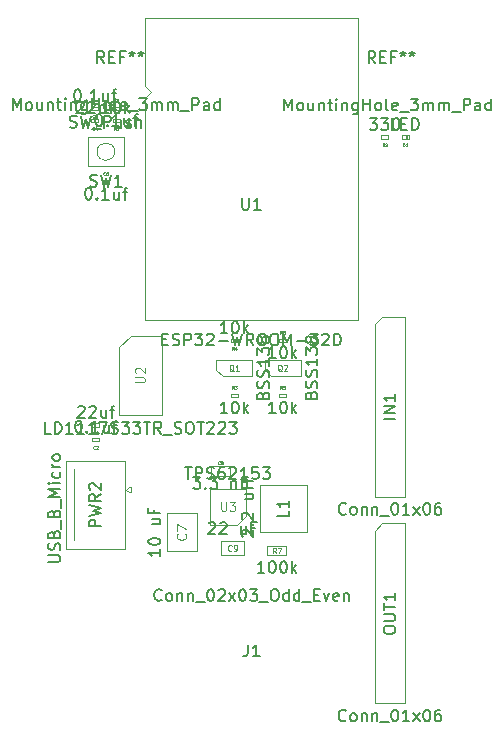
<source format=gbr>
G04 #@! TF.GenerationSoftware,KiCad,Pcbnew,(5.1.9)-1*
G04 #@! TF.CreationDate,2021-01-17T23:25:34+08:00*
G04 #@! TF.ProjectId,esp-break,6573702d-6272-4656-916b-2e6b69636164,rev?*
G04 #@! TF.SameCoordinates,Original*
G04 #@! TF.FileFunction,Other,Fab,Top*
%FSLAX46Y46*%
G04 Gerber Fmt 4.6, Leading zero omitted, Abs format (unit mm)*
G04 Created by KiCad (PCBNEW (5.1.9)-1) date 2021-01-17 23:25:34*
%MOMM*%
%LPD*%
G01*
G04 APERTURE LIST*
%ADD10C,0.100000*%
%ADD11C,0.150000*%
%ADD12C,0.040000*%
%ADD13C,0.075000*%
%ADD14C,0.120000*%
%ADD15C,0.080000*%
%ADD16C,0.060000*%
%ADD17C,0.110000*%
G04 APERTURE END LIST*
D10*
X113160000Y-89600000D02*
X113160000Y-88800000D01*
X113160000Y-88800000D02*
X114760000Y-88800000D01*
X114760000Y-88800000D02*
X114760000Y-89600000D01*
X114760000Y-89600000D02*
X113160000Y-89600000D01*
X105017000Y-62175000D02*
G75*
G03*
X105017000Y-62175000I-750000J0D01*
G01*
X105767000Y-60925000D02*
X105767000Y-63425000D01*
X102767000Y-60925000D02*
X105767000Y-60925000D01*
X102767000Y-63425000D02*
X102767000Y-60925000D01*
X105767000Y-63425000D02*
X102767000Y-63425000D01*
X107575000Y-57605000D02*
X108075000Y-57105000D01*
X108075000Y-57105000D02*
X107575000Y-56605000D01*
X107575000Y-57605000D02*
X107575000Y-76385000D01*
X107575000Y-50880000D02*
X125575000Y-50880000D01*
X107575000Y-50880000D02*
X107575000Y-56605000D01*
X107575000Y-76385000D02*
X125575000Y-76385000D01*
X125575000Y-76385000D02*
X125575000Y-50880000D01*
X127050800Y-76784200D02*
X127685800Y-76149200D01*
X127050800Y-91389200D02*
X127050800Y-76784200D01*
X129590800Y-91389200D02*
X127050800Y-91389200D01*
X129590800Y-76149200D02*
X129590800Y-91389200D01*
X127685800Y-76149200D02*
X129590800Y-76149200D01*
X127685800Y-93649800D02*
X129590800Y-93649800D01*
X129590800Y-93649800D02*
X129590800Y-108889800D01*
X129590800Y-108889800D02*
X127050800Y-108889800D01*
X127050800Y-108889800D02*
X127050800Y-94284800D01*
X127050800Y-94284800D02*
X127685800Y-93649800D01*
X114188660Y-81195980D02*
X116638660Y-81195980D01*
X113618660Y-80645980D02*
X113618660Y-79795980D01*
X114188660Y-81195980D02*
X113618660Y-80645980D01*
X113618660Y-79795980D02*
X116658660Y-79795980D01*
X116658660Y-81195980D02*
X116658660Y-79795980D01*
X120746300Y-81172740D02*
X120746300Y-79772740D01*
X117706300Y-79772740D02*
X120746300Y-79772740D01*
X118276300Y-81172740D02*
X117706300Y-80622740D01*
X117706300Y-80622740D02*
X117706300Y-79772740D01*
X118276300Y-81172740D02*
X120726300Y-81172740D01*
X103100000Y-85150000D02*
X103700000Y-85150000D01*
X103100000Y-85450000D02*
X103100000Y-85150000D01*
X103700000Y-85450000D02*
X103100000Y-85450000D01*
X103700000Y-85150000D02*
X103700000Y-85450000D01*
X103700000Y-86400000D02*
X103700000Y-86700000D01*
X103700000Y-86700000D02*
X103100000Y-86700000D01*
X103100000Y-86700000D02*
X103100000Y-86400000D01*
X103100000Y-86400000D02*
X103700000Y-86400000D01*
X103025000Y-58350000D02*
X103625000Y-58350000D01*
X103025000Y-58650000D02*
X103025000Y-58350000D01*
X103625000Y-58650000D02*
X103025000Y-58650000D01*
X103625000Y-58350000D02*
X103625000Y-58650000D01*
X103625000Y-59375000D02*
X103625000Y-59675000D01*
X103625000Y-59675000D02*
X103025000Y-59675000D01*
X103025000Y-59675000D02*
X103025000Y-59375000D01*
X103025000Y-59375000D02*
X103625000Y-59375000D01*
X104825000Y-58650000D02*
X104825000Y-58350000D01*
X104825000Y-58350000D02*
X105425000Y-58350000D01*
X105425000Y-58350000D02*
X105425000Y-58650000D01*
X105425000Y-58650000D02*
X104825000Y-58650000D01*
X104550000Y-64875000D02*
X103950000Y-64875000D01*
X104550000Y-64575000D02*
X104550000Y-64875000D01*
X103950000Y-64575000D02*
X104550000Y-64575000D01*
X103950000Y-64875000D02*
X103950000Y-64575000D01*
X129700000Y-60775000D02*
X129700000Y-61075000D01*
X129800000Y-60775000D02*
X129800000Y-61075000D01*
X129300000Y-60775000D02*
X129900000Y-60775000D01*
X129300000Y-61075000D02*
X129300000Y-60775000D01*
X129900000Y-61075000D02*
X129300000Y-61075000D01*
X129900000Y-60775000D02*
X129900000Y-61075000D01*
X106414900Y-90975000D02*
X106204900Y-90975000D01*
X106414900Y-90575000D02*
X106204900Y-90575000D01*
X106414900Y-90575000D02*
X106414900Y-90975000D01*
X106204900Y-90975000D02*
X106004900Y-90775000D01*
X106004900Y-90775000D02*
X106204900Y-90575000D01*
X100904900Y-88325000D02*
X105904900Y-88325000D01*
X105904900Y-88325000D02*
X105904900Y-95825000D01*
X100903196Y-88325000D02*
X100903196Y-95825000D01*
X101603196Y-89075000D02*
X101603196Y-95075000D01*
X100904900Y-95825000D02*
X105904900Y-95825000D01*
X104830000Y-59375000D02*
X105430000Y-59375000D01*
X104830000Y-59675000D02*
X104830000Y-59375000D01*
X105430000Y-59675000D02*
X104830000Y-59675000D01*
X105430000Y-59375000D02*
X105430000Y-59675000D01*
X128175000Y-60775000D02*
X128175000Y-61075000D01*
X128175000Y-61075000D02*
X127575000Y-61075000D01*
X127575000Y-61075000D02*
X127575000Y-60775000D01*
X127575000Y-60775000D02*
X128175000Y-60775000D01*
X114838660Y-82970980D02*
X114838660Y-82670980D01*
X114838660Y-82670980D02*
X115438660Y-82670980D01*
X115438660Y-82670980D02*
X115438660Y-82970980D01*
X115438660Y-82970980D02*
X114838660Y-82970980D01*
X114838660Y-77995980D02*
X115438660Y-77995980D01*
X114838660Y-78295980D02*
X114838660Y-77995980D01*
X115438660Y-78295980D02*
X114838660Y-78295980D01*
X115438660Y-77995980D02*
X115438660Y-78295980D01*
X118932100Y-82972740D02*
X118932100Y-82672740D01*
X118932100Y-82672740D02*
X119532100Y-82672740D01*
X119532100Y-82672740D02*
X119532100Y-82972740D01*
X119532100Y-82972740D02*
X118932100Y-82972740D01*
X119532100Y-78297740D02*
X118932100Y-78297740D01*
X119532100Y-77997740D02*
X119532100Y-78297740D01*
X118932100Y-77997740D02*
X119532100Y-77997740D01*
X118932100Y-78297740D02*
X118932100Y-77997740D01*
X109450000Y-96000000D02*
X109450000Y-92800000D01*
X111950000Y-96000000D02*
X109450000Y-96000000D01*
X111950000Y-92800000D02*
X111950000Y-96000000D01*
X109450000Y-92800000D02*
X111950000Y-92800000D01*
X114000000Y-95150000D02*
X116000000Y-95150000D01*
X114000000Y-96350000D02*
X114000000Y-95150000D01*
X116000000Y-96350000D02*
X114000000Y-96350000D01*
X116000000Y-95150000D02*
X116000000Y-96350000D01*
X121300000Y-90400000D02*
X121300000Y-94400000D01*
X121300000Y-94400000D02*
X117300000Y-94400000D01*
X117300000Y-94400000D02*
X117300000Y-90400000D01*
X117300000Y-90400000D02*
X121300000Y-90400000D01*
X119550000Y-96350000D02*
X117950000Y-96350000D01*
X119550000Y-95550000D02*
X119550000Y-96350000D01*
X117950000Y-95550000D02*
X119550000Y-95550000D01*
X117950000Y-96350000D02*
X117950000Y-95550000D01*
X116100000Y-93000000D02*
X115350000Y-93750000D01*
X116100000Y-90750000D02*
X116100000Y-93000000D01*
X113100000Y-90750000D02*
X116100000Y-90750000D01*
X113100000Y-93750000D02*
X113100000Y-90750000D01*
X115350000Y-93750000D02*
X113100000Y-93750000D01*
X109060000Y-77750000D02*
X109060000Y-84450000D01*
X105360000Y-84450000D02*
X109060000Y-84450000D01*
X106360000Y-77750000D02*
X109060000Y-77750000D01*
X105360000Y-78750000D02*
X105360000Y-84450000D01*
X105360000Y-78750000D02*
X106360000Y-77750000D01*
D11*
X119355695Y-58681380D02*
X119355695Y-57681380D01*
X119689028Y-58395666D01*
X120022361Y-57681380D01*
X120022361Y-58681380D01*
X120641409Y-58681380D02*
X120546171Y-58633761D01*
X120498552Y-58586142D01*
X120450933Y-58490904D01*
X120450933Y-58205190D01*
X120498552Y-58109952D01*
X120546171Y-58062333D01*
X120641409Y-58014714D01*
X120784266Y-58014714D01*
X120879504Y-58062333D01*
X120927123Y-58109952D01*
X120974742Y-58205190D01*
X120974742Y-58490904D01*
X120927123Y-58586142D01*
X120879504Y-58633761D01*
X120784266Y-58681380D01*
X120641409Y-58681380D01*
X121831885Y-58014714D02*
X121831885Y-58681380D01*
X121403314Y-58014714D02*
X121403314Y-58538523D01*
X121450933Y-58633761D01*
X121546171Y-58681380D01*
X121689028Y-58681380D01*
X121784266Y-58633761D01*
X121831885Y-58586142D01*
X122308076Y-58014714D02*
X122308076Y-58681380D01*
X122308076Y-58109952D02*
X122355695Y-58062333D01*
X122450933Y-58014714D01*
X122593790Y-58014714D01*
X122689028Y-58062333D01*
X122736647Y-58157571D01*
X122736647Y-58681380D01*
X123069980Y-58014714D02*
X123450933Y-58014714D01*
X123212838Y-57681380D02*
X123212838Y-58538523D01*
X123260457Y-58633761D01*
X123355695Y-58681380D01*
X123450933Y-58681380D01*
X123784266Y-58681380D02*
X123784266Y-58014714D01*
X123784266Y-57681380D02*
X123736647Y-57729000D01*
X123784266Y-57776619D01*
X123831885Y-57729000D01*
X123784266Y-57681380D01*
X123784266Y-57776619D01*
X124260457Y-58014714D02*
X124260457Y-58681380D01*
X124260457Y-58109952D02*
X124308076Y-58062333D01*
X124403314Y-58014714D01*
X124546171Y-58014714D01*
X124641409Y-58062333D01*
X124689028Y-58157571D01*
X124689028Y-58681380D01*
X125593790Y-58014714D02*
X125593790Y-58824238D01*
X125546171Y-58919476D01*
X125498552Y-58967095D01*
X125403314Y-59014714D01*
X125260457Y-59014714D01*
X125165219Y-58967095D01*
X125593790Y-58633761D02*
X125498552Y-58681380D01*
X125308076Y-58681380D01*
X125212838Y-58633761D01*
X125165219Y-58586142D01*
X125117600Y-58490904D01*
X125117600Y-58205190D01*
X125165219Y-58109952D01*
X125212838Y-58062333D01*
X125308076Y-58014714D01*
X125498552Y-58014714D01*
X125593790Y-58062333D01*
X126069980Y-58681380D02*
X126069980Y-57681380D01*
X126069980Y-58157571D02*
X126641409Y-58157571D01*
X126641409Y-58681380D02*
X126641409Y-57681380D01*
X127260457Y-58681380D02*
X127165219Y-58633761D01*
X127117600Y-58586142D01*
X127069980Y-58490904D01*
X127069980Y-58205190D01*
X127117600Y-58109952D01*
X127165219Y-58062333D01*
X127260457Y-58014714D01*
X127403314Y-58014714D01*
X127498552Y-58062333D01*
X127546171Y-58109952D01*
X127593790Y-58205190D01*
X127593790Y-58490904D01*
X127546171Y-58586142D01*
X127498552Y-58633761D01*
X127403314Y-58681380D01*
X127260457Y-58681380D01*
X128165219Y-58681380D02*
X128069980Y-58633761D01*
X128022361Y-58538523D01*
X128022361Y-57681380D01*
X128927123Y-58633761D02*
X128831885Y-58681380D01*
X128641409Y-58681380D01*
X128546171Y-58633761D01*
X128498552Y-58538523D01*
X128498552Y-58157571D01*
X128546171Y-58062333D01*
X128641409Y-58014714D01*
X128831885Y-58014714D01*
X128927123Y-58062333D01*
X128974742Y-58157571D01*
X128974742Y-58252809D01*
X128498552Y-58348047D01*
X129165219Y-58776619D02*
X129927123Y-58776619D01*
X130069980Y-57681380D02*
X130689028Y-57681380D01*
X130355695Y-58062333D01*
X130498552Y-58062333D01*
X130593790Y-58109952D01*
X130641409Y-58157571D01*
X130689028Y-58252809D01*
X130689028Y-58490904D01*
X130641409Y-58586142D01*
X130593790Y-58633761D01*
X130498552Y-58681380D01*
X130212838Y-58681380D01*
X130117600Y-58633761D01*
X130069980Y-58586142D01*
X131117600Y-58681380D02*
X131117600Y-58014714D01*
X131117600Y-58109952D02*
X131165219Y-58062333D01*
X131260457Y-58014714D01*
X131403314Y-58014714D01*
X131498552Y-58062333D01*
X131546171Y-58157571D01*
X131546171Y-58681380D01*
X131546171Y-58157571D02*
X131593790Y-58062333D01*
X131689028Y-58014714D01*
X131831885Y-58014714D01*
X131927123Y-58062333D01*
X131974742Y-58157571D01*
X131974742Y-58681380D01*
X132450933Y-58681380D02*
X132450933Y-58014714D01*
X132450933Y-58109952D02*
X132498552Y-58062333D01*
X132593790Y-58014714D01*
X132736647Y-58014714D01*
X132831885Y-58062333D01*
X132879504Y-58157571D01*
X132879504Y-58681380D01*
X132879504Y-58157571D02*
X132927123Y-58062333D01*
X133022361Y-58014714D01*
X133165219Y-58014714D01*
X133260457Y-58062333D01*
X133308076Y-58157571D01*
X133308076Y-58681380D01*
X133546171Y-58776619D02*
X134308076Y-58776619D01*
X134546171Y-58681380D02*
X134546171Y-57681380D01*
X134927123Y-57681380D01*
X135022361Y-57729000D01*
X135069980Y-57776619D01*
X135117600Y-57871857D01*
X135117600Y-58014714D01*
X135069980Y-58109952D01*
X135022361Y-58157571D01*
X134927123Y-58205190D01*
X134546171Y-58205190D01*
X135974742Y-58681380D02*
X135974742Y-58157571D01*
X135927123Y-58062333D01*
X135831885Y-58014714D01*
X135641409Y-58014714D01*
X135546171Y-58062333D01*
X135974742Y-58633761D02*
X135879504Y-58681380D01*
X135641409Y-58681380D01*
X135546171Y-58633761D01*
X135498552Y-58538523D01*
X135498552Y-58443285D01*
X135546171Y-58348047D01*
X135641409Y-58300428D01*
X135879504Y-58300428D01*
X135974742Y-58252809D01*
X136879504Y-58681380D02*
X136879504Y-57681380D01*
X136879504Y-58633761D02*
X136784266Y-58681380D01*
X136593790Y-58681380D01*
X136498552Y-58633761D01*
X136450933Y-58586142D01*
X136403314Y-58490904D01*
X136403314Y-58205190D01*
X136450933Y-58109952D01*
X136498552Y-58062333D01*
X136593790Y-58014714D01*
X136784266Y-58014714D01*
X136879504Y-58062333D01*
X127084266Y-54681380D02*
X126750933Y-54205190D01*
X126512838Y-54681380D02*
X126512838Y-53681380D01*
X126893790Y-53681380D01*
X126989028Y-53729000D01*
X127036647Y-53776619D01*
X127084266Y-53871857D01*
X127084266Y-54014714D01*
X127036647Y-54109952D01*
X126989028Y-54157571D01*
X126893790Y-54205190D01*
X126512838Y-54205190D01*
X127512838Y-54157571D02*
X127846171Y-54157571D01*
X127989028Y-54681380D02*
X127512838Y-54681380D01*
X127512838Y-53681380D01*
X127989028Y-53681380D01*
X128750933Y-54157571D02*
X128417600Y-54157571D01*
X128417600Y-54681380D02*
X128417600Y-53681380D01*
X128893790Y-53681380D01*
X129417600Y-53681380D02*
X129417600Y-53919476D01*
X129179504Y-53824238D02*
X129417600Y-53919476D01*
X129655695Y-53824238D01*
X129274742Y-54109952D02*
X129417600Y-53919476D01*
X129560457Y-54109952D01*
X130179504Y-53681380D02*
X130179504Y-53919476D01*
X129941409Y-53824238D02*
X130179504Y-53919476D01*
X130417600Y-53824238D01*
X130036647Y-54109952D02*
X130179504Y-53919476D01*
X130322361Y-54109952D01*
X96394095Y-58655980D02*
X96394095Y-57655980D01*
X96727428Y-58370266D01*
X97060761Y-57655980D01*
X97060761Y-58655980D01*
X97679809Y-58655980D02*
X97584571Y-58608361D01*
X97536952Y-58560742D01*
X97489333Y-58465504D01*
X97489333Y-58179790D01*
X97536952Y-58084552D01*
X97584571Y-58036933D01*
X97679809Y-57989314D01*
X97822666Y-57989314D01*
X97917904Y-58036933D01*
X97965523Y-58084552D01*
X98013142Y-58179790D01*
X98013142Y-58465504D01*
X97965523Y-58560742D01*
X97917904Y-58608361D01*
X97822666Y-58655980D01*
X97679809Y-58655980D01*
X98870285Y-57989314D02*
X98870285Y-58655980D01*
X98441714Y-57989314D02*
X98441714Y-58513123D01*
X98489333Y-58608361D01*
X98584571Y-58655980D01*
X98727428Y-58655980D01*
X98822666Y-58608361D01*
X98870285Y-58560742D01*
X99346476Y-57989314D02*
X99346476Y-58655980D01*
X99346476Y-58084552D02*
X99394095Y-58036933D01*
X99489333Y-57989314D01*
X99632190Y-57989314D01*
X99727428Y-58036933D01*
X99775047Y-58132171D01*
X99775047Y-58655980D01*
X100108380Y-57989314D02*
X100489333Y-57989314D01*
X100251238Y-57655980D02*
X100251238Y-58513123D01*
X100298857Y-58608361D01*
X100394095Y-58655980D01*
X100489333Y-58655980D01*
X100822666Y-58655980D02*
X100822666Y-57989314D01*
X100822666Y-57655980D02*
X100775047Y-57703600D01*
X100822666Y-57751219D01*
X100870285Y-57703600D01*
X100822666Y-57655980D01*
X100822666Y-57751219D01*
X101298857Y-57989314D02*
X101298857Y-58655980D01*
X101298857Y-58084552D02*
X101346476Y-58036933D01*
X101441714Y-57989314D01*
X101584571Y-57989314D01*
X101679809Y-58036933D01*
X101727428Y-58132171D01*
X101727428Y-58655980D01*
X102632190Y-57989314D02*
X102632190Y-58798838D01*
X102584571Y-58894076D01*
X102536952Y-58941695D01*
X102441714Y-58989314D01*
X102298857Y-58989314D01*
X102203619Y-58941695D01*
X102632190Y-58608361D02*
X102536952Y-58655980D01*
X102346476Y-58655980D01*
X102251238Y-58608361D01*
X102203619Y-58560742D01*
X102156000Y-58465504D01*
X102156000Y-58179790D01*
X102203619Y-58084552D01*
X102251238Y-58036933D01*
X102346476Y-57989314D01*
X102536952Y-57989314D01*
X102632190Y-58036933D01*
X103108380Y-58655980D02*
X103108380Y-57655980D01*
X103108380Y-58132171D02*
X103679809Y-58132171D01*
X103679809Y-58655980D02*
X103679809Y-57655980D01*
X104298857Y-58655980D02*
X104203619Y-58608361D01*
X104156000Y-58560742D01*
X104108380Y-58465504D01*
X104108380Y-58179790D01*
X104156000Y-58084552D01*
X104203619Y-58036933D01*
X104298857Y-57989314D01*
X104441714Y-57989314D01*
X104536952Y-58036933D01*
X104584571Y-58084552D01*
X104632190Y-58179790D01*
X104632190Y-58465504D01*
X104584571Y-58560742D01*
X104536952Y-58608361D01*
X104441714Y-58655980D01*
X104298857Y-58655980D01*
X105203619Y-58655980D02*
X105108380Y-58608361D01*
X105060761Y-58513123D01*
X105060761Y-57655980D01*
X105965523Y-58608361D02*
X105870285Y-58655980D01*
X105679809Y-58655980D01*
X105584571Y-58608361D01*
X105536952Y-58513123D01*
X105536952Y-58132171D01*
X105584571Y-58036933D01*
X105679809Y-57989314D01*
X105870285Y-57989314D01*
X105965523Y-58036933D01*
X106013142Y-58132171D01*
X106013142Y-58227409D01*
X105536952Y-58322647D01*
X106203619Y-58751219D02*
X106965523Y-58751219D01*
X107108380Y-57655980D02*
X107727428Y-57655980D01*
X107394095Y-58036933D01*
X107536952Y-58036933D01*
X107632190Y-58084552D01*
X107679809Y-58132171D01*
X107727428Y-58227409D01*
X107727428Y-58465504D01*
X107679809Y-58560742D01*
X107632190Y-58608361D01*
X107536952Y-58655980D01*
X107251238Y-58655980D01*
X107156000Y-58608361D01*
X107108380Y-58560742D01*
X108156000Y-58655980D02*
X108156000Y-57989314D01*
X108156000Y-58084552D02*
X108203619Y-58036933D01*
X108298857Y-57989314D01*
X108441714Y-57989314D01*
X108536952Y-58036933D01*
X108584571Y-58132171D01*
X108584571Y-58655980D01*
X108584571Y-58132171D02*
X108632190Y-58036933D01*
X108727428Y-57989314D01*
X108870285Y-57989314D01*
X108965523Y-58036933D01*
X109013142Y-58132171D01*
X109013142Y-58655980D01*
X109489333Y-58655980D02*
X109489333Y-57989314D01*
X109489333Y-58084552D02*
X109536952Y-58036933D01*
X109632190Y-57989314D01*
X109775047Y-57989314D01*
X109870285Y-58036933D01*
X109917904Y-58132171D01*
X109917904Y-58655980D01*
X109917904Y-58132171D02*
X109965523Y-58036933D01*
X110060761Y-57989314D01*
X110203619Y-57989314D01*
X110298857Y-58036933D01*
X110346476Y-58132171D01*
X110346476Y-58655980D01*
X110584571Y-58751219D02*
X111346476Y-58751219D01*
X111584571Y-58655980D02*
X111584571Y-57655980D01*
X111965523Y-57655980D01*
X112060761Y-57703600D01*
X112108380Y-57751219D01*
X112156000Y-57846457D01*
X112156000Y-57989314D01*
X112108380Y-58084552D01*
X112060761Y-58132171D01*
X111965523Y-58179790D01*
X111584571Y-58179790D01*
X113013142Y-58655980D02*
X113013142Y-58132171D01*
X112965523Y-58036933D01*
X112870285Y-57989314D01*
X112679809Y-57989314D01*
X112584571Y-58036933D01*
X113013142Y-58608361D02*
X112917904Y-58655980D01*
X112679809Y-58655980D01*
X112584571Y-58608361D01*
X112536952Y-58513123D01*
X112536952Y-58417885D01*
X112584571Y-58322647D01*
X112679809Y-58275028D01*
X112917904Y-58275028D01*
X113013142Y-58227409D01*
X113917904Y-58655980D02*
X113917904Y-57655980D01*
X113917904Y-58608361D02*
X113822666Y-58655980D01*
X113632190Y-58655980D01*
X113536952Y-58608361D01*
X113489333Y-58560742D01*
X113441714Y-58465504D01*
X113441714Y-58179790D01*
X113489333Y-58084552D01*
X113536952Y-58036933D01*
X113632190Y-57989314D01*
X113822666Y-57989314D01*
X113917904Y-58036933D01*
X104122666Y-54655980D02*
X103789333Y-54179790D01*
X103551238Y-54655980D02*
X103551238Y-53655980D01*
X103932190Y-53655980D01*
X104027428Y-53703600D01*
X104075047Y-53751219D01*
X104122666Y-53846457D01*
X104122666Y-53989314D01*
X104075047Y-54084552D01*
X104027428Y-54132171D01*
X103932190Y-54179790D01*
X103551238Y-54179790D01*
X104551238Y-54132171D02*
X104884571Y-54132171D01*
X105027428Y-54655980D02*
X104551238Y-54655980D01*
X104551238Y-53655980D01*
X105027428Y-53655980D01*
X105789333Y-54132171D02*
X105456000Y-54132171D01*
X105456000Y-54655980D02*
X105456000Y-53655980D01*
X105932190Y-53655980D01*
X106456000Y-53655980D02*
X106456000Y-53894076D01*
X106217904Y-53798838D02*
X106456000Y-53894076D01*
X106694095Y-53798838D01*
X106313142Y-54084552D02*
X106456000Y-53894076D01*
X106598857Y-54084552D01*
X107217904Y-53655980D02*
X107217904Y-53894076D01*
X106979809Y-53798838D02*
X107217904Y-53894076D01*
X107456000Y-53798838D01*
X107075047Y-54084552D02*
X107217904Y-53894076D01*
X107360761Y-54084552D01*
X111650476Y-89702380D02*
X112269523Y-89702380D01*
X111936190Y-90083333D01*
X112079047Y-90083333D01*
X112174285Y-90130952D01*
X112221904Y-90178571D01*
X112269523Y-90273809D01*
X112269523Y-90511904D01*
X112221904Y-90607142D01*
X112174285Y-90654761D01*
X112079047Y-90702380D01*
X111793333Y-90702380D01*
X111698095Y-90654761D01*
X111650476Y-90607142D01*
X112698095Y-90607142D02*
X112745714Y-90654761D01*
X112698095Y-90702380D01*
X112650476Y-90654761D01*
X112698095Y-90607142D01*
X112698095Y-90702380D01*
X113079047Y-89702380D02*
X113698095Y-89702380D01*
X113364761Y-90083333D01*
X113507619Y-90083333D01*
X113602857Y-90130952D01*
X113650476Y-90178571D01*
X113698095Y-90273809D01*
X113698095Y-90511904D01*
X113650476Y-90607142D01*
X113602857Y-90654761D01*
X113507619Y-90702380D01*
X113221904Y-90702380D01*
X113126666Y-90654761D01*
X113079047Y-90607142D01*
X114888571Y-90035714D02*
X114888571Y-90702380D01*
X114888571Y-90130952D02*
X114936190Y-90083333D01*
X115031428Y-90035714D01*
X115174285Y-90035714D01*
X115269523Y-90083333D01*
X115317142Y-90178571D01*
X115317142Y-90702380D01*
X116126666Y-90178571D02*
X115793333Y-90178571D01*
X115793333Y-90702380D02*
X115793333Y-89702380D01*
X116269523Y-89702380D01*
D12*
X113918333Y-88609285D02*
X113906428Y-88621190D01*
X113870714Y-88633095D01*
X113846904Y-88633095D01*
X113811190Y-88621190D01*
X113787380Y-88597380D01*
X113775476Y-88573571D01*
X113763571Y-88525952D01*
X113763571Y-88490238D01*
X113775476Y-88442619D01*
X113787380Y-88418809D01*
X113811190Y-88395000D01*
X113846904Y-88383095D01*
X113870714Y-88383095D01*
X113906428Y-88395000D01*
X113918333Y-88406904D01*
X114061190Y-88490238D02*
X114037380Y-88478333D01*
X114025476Y-88466428D01*
X114013571Y-88442619D01*
X114013571Y-88430714D01*
X114025476Y-88406904D01*
X114037380Y-88395000D01*
X114061190Y-88383095D01*
X114108809Y-88383095D01*
X114132619Y-88395000D01*
X114144523Y-88406904D01*
X114156428Y-88430714D01*
X114156428Y-88442619D01*
X114144523Y-88466428D01*
X114132619Y-88478333D01*
X114108809Y-88490238D01*
X114061190Y-88490238D01*
X114037380Y-88502142D01*
X114025476Y-88514047D01*
X114013571Y-88537857D01*
X114013571Y-88585476D01*
X114025476Y-88609285D01*
X114037380Y-88621190D01*
X114061190Y-88633095D01*
X114108809Y-88633095D01*
X114132619Y-88621190D01*
X114144523Y-88609285D01*
X114156428Y-88585476D01*
X114156428Y-88537857D01*
X114144523Y-88514047D01*
X114132619Y-88502142D01*
X114108809Y-88490238D01*
D11*
X101219380Y-60079761D02*
X101362238Y-60127380D01*
X101600333Y-60127380D01*
X101695571Y-60079761D01*
X101743190Y-60032142D01*
X101790809Y-59936904D01*
X101790809Y-59841666D01*
X101743190Y-59746428D01*
X101695571Y-59698809D01*
X101600333Y-59651190D01*
X101409857Y-59603571D01*
X101314619Y-59555952D01*
X101267000Y-59508333D01*
X101219380Y-59413095D01*
X101219380Y-59317857D01*
X101267000Y-59222619D01*
X101314619Y-59175000D01*
X101409857Y-59127380D01*
X101647952Y-59127380D01*
X101790809Y-59175000D01*
X102124142Y-59127380D02*
X102362238Y-60127380D01*
X102552714Y-59413095D01*
X102743190Y-60127380D01*
X102981285Y-59127380D01*
X103124142Y-60222619D02*
X103886047Y-60222619D01*
X104124142Y-60127380D02*
X104124142Y-59127380D01*
X104505095Y-59127380D01*
X104600333Y-59175000D01*
X104647952Y-59222619D01*
X104695571Y-59317857D01*
X104695571Y-59460714D01*
X104647952Y-59555952D01*
X104600333Y-59603571D01*
X104505095Y-59651190D01*
X104124142Y-59651190D01*
X105552714Y-59460714D02*
X105552714Y-60127380D01*
X105124142Y-59460714D02*
X105124142Y-59984523D01*
X105171761Y-60079761D01*
X105267000Y-60127380D01*
X105409857Y-60127380D01*
X105505095Y-60079761D01*
X105552714Y-60032142D01*
X105981285Y-60079761D02*
X106076523Y-60127380D01*
X106267000Y-60127380D01*
X106362238Y-60079761D01*
X106409857Y-59984523D01*
X106409857Y-59936904D01*
X106362238Y-59841666D01*
X106267000Y-59794047D01*
X106124142Y-59794047D01*
X106028904Y-59746428D01*
X105981285Y-59651190D01*
X105981285Y-59603571D01*
X106028904Y-59508333D01*
X106124142Y-59460714D01*
X106267000Y-59460714D01*
X106362238Y-59508333D01*
X106838428Y-60127380D02*
X106838428Y-59127380D01*
X107267000Y-60127380D02*
X107267000Y-59603571D01*
X107219380Y-59508333D01*
X107124142Y-59460714D01*
X106981285Y-59460714D01*
X106886047Y-59508333D01*
X106838428Y-59555952D01*
X102933666Y-65079761D02*
X103076523Y-65127380D01*
X103314619Y-65127380D01*
X103409857Y-65079761D01*
X103457476Y-65032142D01*
X103505095Y-64936904D01*
X103505095Y-64841666D01*
X103457476Y-64746428D01*
X103409857Y-64698809D01*
X103314619Y-64651190D01*
X103124142Y-64603571D01*
X103028904Y-64555952D01*
X102981285Y-64508333D01*
X102933666Y-64413095D01*
X102933666Y-64317857D01*
X102981285Y-64222619D01*
X103028904Y-64175000D01*
X103124142Y-64127380D01*
X103362238Y-64127380D01*
X103505095Y-64175000D01*
X103838428Y-64127380D02*
X104076523Y-65127380D01*
X104267000Y-64413095D01*
X104457476Y-65127380D01*
X104695571Y-64127380D01*
X105600333Y-65127380D02*
X105028904Y-65127380D01*
X105314619Y-65127380D02*
X105314619Y-64127380D01*
X105219380Y-64270238D01*
X105124142Y-64365476D01*
X105028904Y-64413095D01*
X109051190Y-78053571D02*
X109384523Y-78053571D01*
X109527380Y-78577380D02*
X109051190Y-78577380D01*
X109051190Y-77577380D01*
X109527380Y-77577380D01*
X109908333Y-78529761D02*
X110051190Y-78577380D01*
X110289285Y-78577380D01*
X110384523Y-78529761D01*
X110432142Y-78482142D01*
X110479761Y-78386904D01*
X110479761Y-78291666D01*
X110432142Y-78196428D01*
X110384523Y-78148809D01*
X110289285Y-78101190D01*
X110098809Y-78053571D01*
X110003571Y-78005952D01*
X109955952Y-77958333D01*
X109908333Y-77863095D01*
X109908333Y-77767857D01*
X109955952Y-77672619D01*
X110003571Y-77625000D01*
X110098809Y-77577380D01*
X110336904Y-77577380D01*
X110479761Y-77625000D01*
X110908333Y-78577380D02*
X110908333Y-77577380D01*
X111289285Y-77577380D01*
X111384523Y-77625000D01*
X111432142Y-77672619D01*
X111479761Y-77767857D01*
X111479761Y-77910714D01*
X111432142Y-78005952D01*
X111384523Y-78053571D01*
X111289285Y-78101190D01*
X110908333Y-78101190D01*
X111813095Y-77577380D02*
X112432142Y-77577380D01*
X112098809Y-77958333D01*
X112241666Y-77958333D01*
X112336904Y-78005952D01*
X112384523Y-78053571D01*
X112432142Y-78148809D01*
X112432142Y-78386904D01*
X112384523Y-78482142D01*
X112336904Y-78529761D01*
X112241666Y-78577380D01*
X111955952Y-78577380D01*
X111860714Y-78529761D01*
X111813095Y-78482142D01*
X112813095Y-77672619D02*
X112860714Y-77625000D01*
X112955952Y-77577380D01*
X113194047Y-77577380D01*
X113289285Y-77625000D01*
X113336904Y-77672619D01*
X113384523Y-77767857D01*
X113384523Y-77863095D01*
X113336904Y-78005952D01*
X112765476Y-78577380D01*
X113384523Y-78577380D01*
X113813095Y-78196428D02*
X114575000Y-78196428D01*
X114955952Y-77577380D02*
X115194047Y-78577380D01*
X115384523Y-77863095D01*
X115575000Y-78577380D01*
X115813095Y-77577380D01*
X116765476Y-78577380D02*
X116432142Y-78101190D01*
X116194047Y-78577380D02*
X116194047Y-77577380D01*
X116575000Y-77577380D01*
X116670238Y-77625000D01*
X116717857Y-77672619D01*
X116765476Y-77767857D01*
X116765476Y-77910714D01*
X116717857Y-78005952D01*
X116670238Y-78053571D01*
X116575000Y-78101190D01*
X116194047Y-78101190D01*
X117384523Y-77577380D02*
X117575000Y-77577380D01*
X117670238Y-77625000D01*
X117765476Y-77720238D01*
X117813095Y-77910714D01*
X117813095Y-78244047D01*
X117765476Y-78434523D01*
X117670238Y-78529761D01*
X117575000Y-78577380D01*
X117384523Y-78577380D01*
X117289285Y-78529761D01*
X117194047Y-78434523D01*
X117146428Y-78244047D01*
X117146428Y-77910714D01*
X117194047Y-77720238D01*
X117289285Y-77625000D01*
X117384523Y-77577380D01*
X118432142Y-77577380D02*
X118622619Y-77577380D01*
X118717857Y-77625000D01*
X118813095Y-77720238D01*
X118860714Y-77910714D01*
X118860714Y-78244047D01*
X118813095Y-78434523D01*
X118717857Y-78529761D01*
X118622619Y-78577380D01*
X118432142Y-78577380D01*
X118336904Y-78529761D01*
X118241666Y-78434523D01*
X118194047Y-78244047D01*
X118194047Y-77910714D01*
X118241666Y-77720238D01*
X118336904Y-77625000D01*
X118432142Y-77577380D01*
X119289285Y-78577380D02*
X119289285Y-77577380D01*
X119622619Y-78291666D01*
X119955952Y-77577380D01*
X119955952Y-78577380D01*
X120432142Y-78196428D02*
X121194047Y-78196428D01*
X121575000Y-77577380D02*
X122194047Y-77577380D01*
X121860714Y-77958333D01*
X122003571Y-77958333D01*
X122098809Y-78005952D01*
X122146428Y-78053571D01*
X122194047Y-78148809D01*
X122194047Y-78386904D01*
X122146428Y-78482142D01*
X122098809Y-78529761D01*
X122003571Y-78577380D01*
X121717857Y-78577380D01*
X121622619Y-78529761D01*
X121575000Y-78482142D01*
X122575000Y-77672619D02*
X122622619Y-77625000D01*
X122717857Y-77577380D01*
X122955952Y-77577380D01*
X123051190Y-77625000D01*
X123098809Y-77672619D01*
X123146428Y-77767857D01*
X123146428Y-77863095D01*
X123098809Y-78005952D01*
X122527380Y-78577380D01*
X123146428Y-78577380D01*
X123575000Y-78577380D02*
X123575000Y-77577380D01*
X123813095Y-77577380D01*
X123955952Y-77625000D01*
X124051190Y-77720238D01*
X124098809Y-77815476D01*
X124146428Y-78005952D01*
X124146428Y-78148809D01*
X124098809Y-78339285D01*
X124051190Y-78434523D01*
X123955952Y-78529761D01*
X123813095Y-78577380D01*
X123575000Y-78577380D01*
X115813095Y-66077380D02*
X115813095Y-66886904D01*
X115860714Y-66982142D01*
X115908333Y-67029761D01*
X116003571Y-67077380D01*
X116194047Y-67077380D01*
X116289285Y-67029761D01*
X116336904Y-66982142D01*
X116384523Y-66886904D01*
X116384523Y-66077380D01*
X117384523Y-67077380D02*
X116813095Y-67077380D01*
X117098809Y-67077380D02*
X117098809Y-66077380D01*
X117003571Y-66220238D01*
X116908333Y-66315476D01*
X116813095Y-66363095D01*
X108983782Y-100104482D02*
X108936163Y-100152101D01*
X108793306Y-100199720D01*
X108698068Y-100199720D01*
X108555211Y-100152101D01*
X108459973Y-100056863D01*
X108412354Y-99961625D01*
X108364735Y-99771149D01*
X108364735Y-99628292D01*
X108412354Y-99437816D01*
X108459973Y-99342578D01*
X108555211Y-99247340D01*
X108698068Y-99199720D01*
X108793306Y-99199720D01*
X108936163Y-99247340D01*
X108983782Y-99294959D01*
X109555211Y-100199720D02*
X109459973Y-100152101D01*
X109412354Y-100104482D01*
X109364735Y-100009244D01*
X109364735Y-99723530D01*
X109412354Y-99628292D01*
X109459973Y-99580673D01*
X109555211Y-99533054D01*
X109698068Y-99533054D01*
X109793306Y-99580673D01*
X109840925Y-99628292D01*
X109888544Y-99723530D01*
X109888544Y-100009244D01*
X109840925Y-100104482D01*
X109793306Y-100152101D01*
X109698068Y-100199720D01*
X109555211Y-100199720D01*
X110317116Y-99533054D02*
X110317116Y-100199720D01*
X110317116Y-99628292D02*
X110364735Y-99580673D01*
X110459973Y-99533054D01*
X110602830Y-99533054D01*
X110698068Y-99580673D01*
X110745687Y-99675911D01*
X110745687Y-100199720D01*
X111221878Y-99533054D02*
X111221878Y-100199720D01*
X111221878Y-99628292D02*
X111269497Y-99580673D01*
X111364735Y-99533054D01*
X111507592Y-99533054D01*
X111602830Y-99580673D01*
X111650449Y-99675911D01*
X111650449Y-100199720D01*
X111888544Y-100294959D02*
X112650449Y-100294959D01*
X113079020Y-99199720D02*
X113174259Y-99199720D01*
X113269497Y-99247340D01*
X113317116Y-99294959D01*
X113364735Y-99390197D01*
X113412354Y-99580673D01*
X113412354Y-99818768D01*
X113364735Y-100009244D01*
X113317116Y-100104482D01*
X113269497Y-100152101D01*
X113174259Y-100199720D01*
X113079020Y-100199720D01*
X112983782Y-100152101D01*
X112936163Y-100104482D01*
X112888544Y-100009244D01*
X112840925Y-99818768D01*
X112840925Y-99580673D01*
X112888544Y-99390197D01*
X112936163Y-99294959D01*
X112983782Y-99247340D01*
X113079020Y-99199720D01*
X113793306Y-99294959D02*
X113840925Y-99247340D01*
X113936163Y-99199720D01*
X114174259Y-99199720D01*
X114269497Y-99247340D01*
X114317116Y-99294959D01*
X114364735Y-99390197D01*
X114364735Y-99485435D01*
X114317116Y-99628292D01*
X113745687Y-100199720D01*
X114364735Y-100199720D01*
X114698068Y-100199720D02*
X115221878Y-99533054D01*
X114698068Y-99533054D02*
X115221878Y-100199720D01*
X115793306Y-99199720D02*
X115888544Y-99199720D01*
X115983782Y-99247340D01*
X116031401Y-99294959D01*
X116079020Y-99390197D01*
X116126640Y-99580673D01*
X116126640Y-99818768D01*
X116079020Y-100009244D01*
X116031401Y-100104482D01*
X115983782Y-100152101D01*
X115888544Y-100199720D01*
X115793306Y-100199720D01*
X115698068Y-100152101D01*
X115650449Y-100104482D01*
X115602830Y-100009244D01*
X115555211Y-99818768D01*
X115555211Y-99580673D01*
X115602830Y-99390197D01*
X115650449Y-99294959D01*
X115698068Y-99247340D01*
X115793306Y-99199720D01*
X116459973Y-99199720D02*
X117079020Y-99199720D01*
X116745687Y-99580673D01*
X116888544Y-99580673D01*
X116983782Y-99628292D01*
X117031401Y-99675911D01*
X117079020Y-99771149D01*
X117079020Y-100009244D01*
X117031401Y-100104482D01*
X116983782Y-100152101D01*
X116888544Y-100199720D01*
X116602830Y-100199720D01*
X116507592Y-100152101D01*
X116459973Y-100104482D01*
X117269497Y-100294959D02*
X118031401Y-100294959D01*
X118459973Y-99199720D02*
X118650449Y-99199720D01*
X118745687Y-99247340D01*
X118840925Y-99342578D01*
X118888544Y-99533054D01*
X118888544Y-99866387D01*
X118840925Y-100056863D01*
X118745687Y-100152101D01*
X118650449Y-100199720D01*
X118459973Y-100199720D01*
X118364735Y-100152101D01*
X118269497Y-100056863D01*
X118221878Y-99866387D01*
X118221878Y-99533054D01*
X118269497Y-99342578D01*
X118364735Y-99247340D01*
X118459973Y-99199720D01*
X119745687Y-100199720D02*
X119745687Y-99199720D01*
X119745687Y-100152101D02*
X119650449Y-100199720D01*
X119459973Y-100199720D01*
X119364735Y-100152101D01*
X119317116Y-100104482D01*
X119269497Y-100009244D01*
X119269497Y-99723530D01*
X119317116Y-99628292D01*
X119364735Y-99580673D01*
X119459973Y-99533054D01*
X119650449Y-99533054D01*
X119745687Y-99580673D01*
X120650449Y-100199720D02*
X120650449Y-99199720D01*
X120650449Y-100152101D02*
X120555211Y-100199720D01*
X120364735Y-100199720D01*
X120269497Y-100152101D01*
X120221878Y-100104482D01*
X120174259Y-100009244D01*
X120174259Y-99723530D01*
X120221878Y-99628292D01*
X120269497Y-99580673D01*
X120364735Y-99533054D01*
X120555211Y-99533054D01*
X120650449Y-99580673D01*
X120888544Y-100294959D02*
X121650449Y-100294959D01*
X121888544Y-99675911D02*
X122221878Y-99675911D01*
X122364735Y-100199720D02*
X121888544Y-100199720D01*
X121888544Y-99199720D01*
X122364735Y-99199720D01*
X122698068Y-99533054D02*
X122936163Y-100199720D01*
X123174259Y-99533054D01*
X123936163Y-100152101D02*
X123840925Y-100199720D01*
X123650449Y-100199720D01*
X123555211Y-100152101D01*
X123507592Y-100056863D01*
X123507592Y-99675911D01*
X123555211Y-99580673D01*
X123650449Y-99533054D01*
X123840925Y-99533054D01*
X123936163Y-99580673D01*
X123983782Y-99675911D01*
X123983782Y-99771149D01*
X123507592Y-99866387D01*
X124412354Y-99533054D02*
X124412354Y-100199720D01*
X124412354Y-99628292D02*
X124459973Y-99580673D01*
X124555211Y-99533054D01*
X124698068Y-99533054D01*
X124793306Y-99580673D01*
X124840925Y-99675911D01*
X124840925Y-100199720D01*
X116293306Y-103899720D02*
X116293306Y-104614006D01*
X116245687Y-104756863D01*
X116150449Y-104852101D01*
X116007592Y-104899720D01*
X115912354Y-104899720D01*
X117293306Y-104899720D02*
X116721878Y-104899720D01*
X117007592Y-104899720D02*
X117007592Y-103899720D01*
X116912354Y-104042578D01*
X116817116Y-104137816D01*
X116721878Y-104185435D01*
X124582704Y-92806342D02*
X124535085Y-92853961D01*
X124392228Y-92901580D01*
X124296990Y-92901580D01*
X124154133Y-92853961D01*
X124058895Y-92758723D01*
X124011276Y-92663485D01*
X123963657Y-92473009D01*
X123963657Y-92330152D01*
X124011276Y-92139676D01*
X124058895Y-92044438D01*
X124154133Y-91949200D01*
X124296990Y-91901580D01*
X124392228Y-91901580D01*
X124535085Y-91949200D01*
X124582704Y-91996819D01*
X125154133Y-92901580D02*
X125058895Y-92853961D01*
X125011276Y-92806342D01*
X124963657Y-92711104D01*
X124963657Y-92425390D01*
X125011276Y-92330152D01*
X125058895Y-92282533D01*
X125154133Y-92234914D01*
X125296990Y-92234914D01*
X125392228Y-92282533D01*
X125439847Y-92330152D01*
X125487466Y-92425390D01*
X125487466Y-92711104D01*
X125439847Y-92806342D01*
X125392228Y-92853961D01*
X125296990Y-92901580D01*
X125154133Y-92901580D01*
X125916038Y-92234914D02*
X125916038Y-92901580D01*
X125916038Y-92330152D02*
X125963657Y-92282533D01*
X126058895Y-92234914D01*
X126201752Y-92234914D01*
X126296990Y-92282533D01*
X126344609Y-92377771D01*
X126344609Y-92901580D01*
X126820800Y-92234914D02*
X126820800Y-92901580D01*
X126820800Y-92330152D02*
X126868419Y-92282533D01*
X126963657Y-92234914D01*
X127106514Y-92234914D01*
X127201752Y-92282533D01*
X127249371Y-92377771D01*
X127249371Y-92901580D01*
X127487466Y-92996819D02*
X128249371Y-92996819D01*
X128677942Y-91901580D02*
X128773180Y-91901580D01*
X128868419Y-91949200D01*
X128916038Y-91996819D01*
X128963657Y-92092057D01*
X129011276Y-92282533D01*
X129011276Y-92520628D01*
X128963657Y-92711104D01*
X128916038Y-92806342D01*
X128868419Y-92853961D01*
X128773180Y-92901580D01*
X128677942Y-92901580D01*
X128582704Y-92853961D01*
X128535085Y-92806342D01*
X128487466Y-92711104D01*
X128439847Y-92520628D01*
X128439847Y-92282533D01*
X128487466Y-92092057D01*
X128535085Y-91996819D01*
X128582704Y-91949200D01*
X128677942Y-91901580D01*
X129963657Y-92901580D02*
X129392228Y-92901580D01*
X129677942Y-92901580D02*
X129677942Y-91901580D01*
X129582704Y-92044438D01*
X129487466Y-92139676D01*
X129392228Y-92187295D01*
X130296990Y-92901580D02*
X130820800Y-92234914D01*
X130296990Y-92234914D02*
X130820800Y-92901580D01*
X131392228Y-91901580D02*
X131487466Y-91901580D01*
X131582704Y-91949200D01*
X131630323Y-91996819D01*
X131677942Y-92092057D01*
X131725561Y-92282533D01*
X131725561Y-92520628D01*
X131677942Y-92711104D01*
X131630323Y-92806342D01*
X131582704Y-92853961D01*
X131487466Y-92901580D01*
X131392228Y-92901580D01*
X131296990Y-92853961D01*
X131249371Y-92806342D01*
X131201752Y-92711104D01*
X131154133Y-92520628D01*
X131154133Y-92282533D01*
X131201752Y-92092057D01*
X131249371Y-91996819D01*
X131296990Y-91949200D01*
X131392228Y-91901580D01*
X132582704Y-91901580D02*
X132392228Y-91901580D01*
X132296990Y-91949200D01*
X132249371Y-91996819D01*
X132154133Y-92139676D01*
X132106514Y-92330152D01*
X132106514Y-92711104D01*
X132154133Y-92806342D01*
X132201752Y-92853961D01*
X132296990Y-92901580D01*
X132487466Y-92901580D01*
X132582704Y-92853961D01*
X132630323Y-92806342D01*
X132677942Y-92711104D01*
X132677942Y-92473009D01*
X132630323Y-92377771D01*
X132582704Y-92330152D01*
X132487466Y-92282533D01*
X132296990Y-92282533D01*
X132201752Y-92330152D01*
X132154133Y-92377771D01*
X132106514Y-92473009D01*
X128773180Y-84769200D02*
X127773180Y-84769200D01*
X128773180Y-84293009D02*
X127773180Y-84293009D01*
X128773180Y-83721580D01*
X127773180Y-83721580D01*
X128773180Y-82721580D02*
X128773180Y-83293009D01*
X128773180Y-83007295D02*
X127773180Y-83007295D01*
X127916038Y-83102533D01*
X128011276Y-83197771D01*
X128058895Y-83293009D01*
X124582704Y-110306942D02*
X124535085Y-110354561D01*
X124392228Y-110402180D01*
X124296990Y-110402180D01*
X124154133Y-110354561D01*
X124058895Y-110259323D01*
X124011276Y-110164085D01*
X123963657Y-109973609D01*
X123963657Y-109830752D01*
X124011276Y-109640276D01*
X124058895Y-109545038D01*
X124154133Y-109449800D01*
X124296990Y-109402180D01*
X124392228Y-109402180D01*
X124535085Y-109449800D01*
X124582704Y-109497419D01*
X125154133Y-110402180D02*
X125058895Y-110354561D01*
X125011276Y-110306942D01*
X124963657Y-110211704D01*
X124963657Y-109925990D01*
X125011276Y-109830752D01*
X125058895Y-109783133D01*
X125154133Y-109735514D01*
X125296990Y-109735514D01*
X125392228Y-109783133D01*
X125439847Y-109830752D01*
X125487466Y-109925990D01*
X125487466Y-110211704D01*
X125439847Y-110306942D01*
X125392228Y-110354561D01*
X125296990Y-110402180D01*
X125154133Y-110402180D01*
X125916038Y-109735514D02*
X125916038Y-110402180D01*
X125916038Y-109830752D02*
X125963657Y-109783133D01*
X126058895Y-109735514D01*
X126201752Y-109735514D01*
X126296990Y-109783133D01*
X126344609Y-109878371D01*
X126344609Y-110402180D01*
X126820800Y-109735514D02*
X126820800Y-110402180D01*
X126820800Y-109830752D02*
X126868419Y-109783133D01*
X126963657Y-109735514D01*
X127106514Y-109735514D01*
X127201752Y-109783133D01*
X127249371Y-109878371D01*
X127249371Y-110402180D01*
X127487466Y-110497419D02*
X128249371Y-110497419D01*
X128677942Y-109402180D02*
X128773180Y-109402180D01*
X128868419Y-109449800D01*
X128916038Y-109497419D01*
X128963657Y-109592657D01*
X129011276Y-109783133D01*
X129011276Y-110021228D01*
X128963657Y-110211704D01*
X128916038Y-110306942D01*
X128868419Y-110354561D01*
X128773180Y-110402180D01*
X128677942Y-110402180D01*
X128582704Y-110354561D01*
X128535085Y-110306942D01*
X128487466Y-110211704D01*
X128439847Y-110021228D01*
X128439847Y-109783133D01*
X128487466Y-109592657D01*
X128535085Y-109497419D01*
X128582704Y-109449800D01*
X128677942Y-109402180D01*
X129963657Y-110402180D02*
X129392228Y-110402180D01*
X129677942Y-110402180D02*
X129677942Y-109402180D01*
X129582704Y-109545038D01*
X129487466Y-109640276D01*
X129392228Y-109687895D01*
X130296990Y-110402180D02*
X130820800Y-109735514D01*
X130296990Y-109735514D02*
X130820800Y-110402180D01*
X131392228Y-109402180D02*
X131487466Y-109402180D01*
X131582704Y-109449800D01*
X131630323Y-109497419D01*
X131677942Y-109592657D01*
X131725561Y-109783133D01*
X131725561Y-110021228D01*
X131677942Y-110211704D01*
X131630323Y-110306942D01*
X131582704Y-110354561D01*
X131487466Y-110402180D01*
X131392228Y-110402180D01*
X131296990Y-110354561D01*
X131249371Y-110306942D01*
X131201752Y-110211704D01*
X131154133Y-110021228D01*
X131154133Y-109783133D01*
X131201752Y-109592657D01*
X131249371Y-109497419D01*
X131296990Y-109449800D01*
X131392228Y-109402180D01*
X132582704Y-109402180D02*
X132392228Y-109402180D01*
X132296990Y-109449800D01*
X132249371Y-109497419D01*
X132154133Y-109640276D01*
X132106514Y-109830752D01*
X132106514Y-110211704D01*
X132154133Y-110306942D01*
X132201752Y-110354561D01*
X132296990Y-110402180D01*
X132487466Y-110402180D01*
X132582704Y-110354561D01*
X132630323Y-110306942D01*
X132677942Y-110211704D01*
X132677942Y-109973609D01*
X132630323Y-109878371D01*
X132582704Y-109830752D01*
X132487466Y-109783133D01*
X132296990Y-109783133D01*
X132201752Y-109830752D01*
X132154133Y-109878371D01*
X132106514Y-109973609D01*
X127773180Y-102745990D02*
X127773180Y-102555514D01*
X127820800Y-102460276D01*
X127916038Y-102365038D01*
X128106514Y-102317419D01*
X128439847Y-102317419D01*
X128630323Y-102365038D01*
X128725561Y-102460276D01*
X128773180Y-102555514D01*
X128773180Y-102745990D01*
X128725561Y-102841228D01*
X128630323Y-102936466D01*
X128439847Y-102984085D01*
X128106514Y-102984085D01*
X127916038Y-102936466D01*
X127820800Y-102841228D01*
X127773180Y-102745990D01*
X127773180Y-101888847D02*
X128582704Y-101888847D01*
X128677942Y-101841228D01*
X128725561Y-101793609D01*
X128773180Y-101698371D01*
X128773180Y-101507895D01*
X128725561Y-101412657D01*
X128677942Y-101365038D01*
X128582704Y-101317419D01*
X127773180Y-101317419D01*
X127773180Y-100984085D02*
X127773180Y-100412657D01*
X128773180Y-100698371D02*
X127773180Y-100698371D01*
X128773180Y-99555514D02*
X128773180Y-100126942D01*
X128773180Y-99841228D02*
X127773180Y-99841228D01*
X127916038Y-99936466D01*
X128011276Y-100031704D01*
X128058895Y-100126942D01*
X117567231Y-82805503D02*
X117614850Y-82662646D01*
X117662469Y-82615027D01*
X117757707Y-82567408D01*
X117900564Y-82567408D01*
X117995802Y-82615027D01*
X118043421Y-82662646D01*
X118091040Y-82757884D01*
X118091040Y-83138837D01*
X117091040Y-83138837D01*
X117091040Y-82805503D01*
X117138660Y-82710265D01*
X117186279Y-82662646D01*
X117281517Y-82615027D01*
X117376755Y-82615027D01*
X117471993Y-82662646D01*
X117519612Y-82710265D01*
X117567231Y-82805503D01*
X117567231Y-83138837D01*
X118043421Y-82186456D02*
X118091040Y-82043599D01*
X118091040Y-81805503D01*
X118043421Y-81710265D01*
X117995802Y-81662646D01*
X117900564Y-81615027D01*
X117805326Y-81615027D01*
X117710088Y-81662646D01*
X117662469Y-81710265D01*
X117614850Y-81805503D01*
X117567231Y-81995980D01*
X117519612Y-82091218D01*
X117471993Y-82138837D01*
X117376755Y-82186456D01*
X117281517Y-82186456D01*
X117186279Y-82138837D01*
X117138660Y-82091218D01*
X117091040Y-81995980D01*
X117091040Y-81757884D01*
X117138660Y-81615027D01*
X118043421Y-81234075D02*
X118091040Y-81091218D01*
X118091040Y-80853122D01*
X118043421Y-80757884D01*
X117995802Y-80710265D01*
X117900564Y-80662646D01*
X117805326Y-80662646D01*
X117710088Y-80710265D01*
X117662469Y-80757884D01*
X117614850Y-80853122D01*
X117567231Y-81043599D01*
X117519612Y-81138837D01*
X117471993Y-81186456D01*
X117376755Y-81234075D01*
X117281517Y-81234075D01*
X117186279Y-81186456D01*
X117138660Y-81138837D01*
X117091040Y-81043599D01*
X117091040Y-80805503D01*
X117138660Y-80662646D01*
X118091040Y-79710265D02*
X118091040Y-80281694D01*
X118091040Y-79995980D02*
X117091040Y-79995980D01*
X117233898Y-80091218D01*
X117329136Y-80186456D01*
X117376755Y-80281694D01*
X117091040Y-79376932D02*
X117091040Y-78757884D01*
X117471993Y-79091218D01*
X117471993Y-78948360D01*
X117519612Y-78853122D01*
X117567231Y-78805503D01*
X117662469Y-78757884D01*
X117900564Y-78757884D01*
X117995802Y-78805503D01*
X118043421Y-78853122D01*
X118091040Y-78948360D01*
X118091040Y-79234075D01*
X118043421Y-79329313D01*
X117995802Y-79376932D01*
X117519612Y-78186456D02*
X117471993Y-78281694D01*
X117424374Y-78329313D01*
X117329136Y-78376932D01*
X117281517Y-78376932D01*
X117186279Y-78329313D01*
X117138660Y-78281694D01*
X117091040Y-78186456D01*
X117091040Y-77995980D01*
X117138660Y-77900741D01*
X117186279Y-77853122D01*
X117281517Y-77805503D01*
X117329136Y-77805503D01*
X117424374Y-77853122D01*
X117471993Y-77900741D01*
X117519612Y-77995980D01*
X117519612Y-78186456D01*
X117567231Y-78281694D01*
X117614850Y-78329313D01*
X117710088Y-78376932D01*
X117900564Y-78376932D01*
X117995802Y-78329313D01*
X118043421Y-78281694D01*
X118091040Y-78186456D01*
X118091040Y-77995980D01*
X118043421Y-77900741D01*
X117995802Y-77853122D01*
X117900564Y-77805503D01*
X117710088Y-77805503D01*
X117614850Y-77853122D01*
X117567231Y-77900741D01*
X117519612Y-77995980D01*
D13*
X115091040Y-80769789D02*
X115043421Y-80745980D01*
X114995802Y-80698360D01*
X114924374Y-80626932D01*
X114876755Y-80603122D01*
X114829136Y-80603122D01*
X114852945Y-80722170D02*
X114805326Y-80698360D01*
X114757707Y-80650741D01*
X114733898Y-80555503D01*
X114733898Y-80388837D01*
X114757707Y-80293599D01*
X114805326Y-80245980D01*
X114852945Y-80222170D01*
X114948183Y-80222170D01*
X114995802Y-80245980D01*
X115043421Y-80293599D01*
X115067231Y-80388837D01*
X115067231Y-80555503D01*
X115043421Y-80650741D01*
X114995802Y-80698360D01*
X114948183Y-80722170D01*
X114852945Y-80722170D01*
X115543421Y-80722170D02*
X115257707Y-80722170D01*
X115400564Y-80722170D02*
X115400564Y-80222170D01*
X115352945Y-80293599D01*
X115305326Y-80341218D01*
X115257707Y-80365027D01*
D11*
X121654871Y-82782263D02*
X121702490Y-82639406D01*
X121750109Y-82591787D01*
X121845347Y-82544168D01*
X121988204Y-82544168D01*
X122083442Y-82591787D01*
X122131061Y-82639406D01*
X122178680Y-82734644D01*
X122178680Y-83115597D01*
X121178680Y-83115597D01*
X121178680Y-82782263D01*
X121226300Y-82687025D01*
X121273919Y-82639406D01*
X121369157Y-82591787D01*
X121464395Y-82591787D01*
X121559633Y-82639406D01*
X121607252Y-82687025D01*
X121654871Y-82782263D01*
X121654871Y-83115597D01*
X122131061Y-82163216D02*
X122178680Y-82020359D01*
X122178680Y-81782263D01*
X122131061Y-81687025D01*
X122083442Y-81639406D01*
X121988204Y-81591787D01*
X121892966Y-81591787D01*
X121797728Y-81639406D01*
X121750109Y-81687025D01*
X121702490Y-81782263D01*
X121654871Y-81972740D01*
X121607252Y-82067978D01*
X121559633Y-82115597D01*
X121464395Y-82163216D01*
X121369157Y-82163216D01*
X121273919Y-82115597D01*
X121226300Y-82067978D01*
X121178680Y-81972740D01*
X121178680Y-81734644D01*
X121226300Y-81591787D01*
X122131061Y-81210835D02*
X122178680Y-81067978D01*
X122178680Y-80829882D01*
X122131061Y-80734644D01*
X122083442Y-80687025D01*
X121988204Y-80639406D01*
X121892966Y-80639406D01*
X121797728Y-80687025D01*
X121750109Y-80734644D01*
X121702490Y-80829882D01*
X121654871Y-81020359D01*
X121607252Y-81115597D01*
X121559633Y-81163216D01*
X121464395Y-81210835D01*
X121369157Y-81210835D01*
X121273919Y-81163216D01*
X121226300Y-81115597D01*
X121178680Y-81020359D01*
X121178680Y-80782263D01*
X121226300Y-80639406D01*
X122178680Y-79687025D02*
X122178680Y-80258454D01*
X122178680Y-79972740D02*
X121178680Y-79972740D01*
X121321538Y-80067978D01*
X121416776Y-80163216D01*
X121464395Y-80258454D01*
X121178680Y-79353692D02*
X121178680Y-78734644D01*
X121559633Y-79067978D01*
X121559633Y-78925120D01*
X121607252Y-78829882D01*
X121654871Y-78782263D01*
X121750109Y-78734644D01*
X121988204Y-78734644D01*
X122083442Y-78782263D01*
X122131061Y-78829882D01*
X122178680Y-78925120D01*
X122178680Y-79210835D01*
X122131061Y-79306073D01*
X122083442Y-79353692D01*
X121607252Y-78163216D02*
X121559633Y-78258454D01*
X121512014Y-78306073D01*
X121416776Y-78353692D01*
X121369157Y-78353692D01*
X121273919Y-78306073D01*
X121226300Y-78258454D01*
X121178680Y-78163216D01*
X121178680Y-77972740D01*
X121226300Y-77877501D01*
X121273919Y-77829882D01*
X121369157Y-77782263D01*
X121416776Y-77782263D01*
X121512014Y-77829882D01*
X121559633Y-77877501D01*
X121607252Y-77972740D01*
X121607252Y-78163216D01*
X121654871Y-78258454D01*
X121702490Y-78306073D01*
X121797728Y-78353692D01*
X121988204Y-78353692D01*
X122083442Y-78306073D01*
X122131061Y-78258454D01*
X122178680Y-78163216D01*
X122178680Y-77972740D01*
X122131061Y-77877501D01*
X122083442Y-77829882D01*
X121988204Y-77782263D01*
X121797728Y-77782263D01*
X121702490Y-77829882D01*
X121654871Y-77877501D01*
X121607252Y-77972740D01*
D13*
X119178680Y-80746549D02*
X119131061Y-80722740D01*
X119083442Y-80675120D01*
X119012014Y-80603692D01*
X118964395Y-80579882D01*
X118916776Y-80579882D01*
X118940585Y-80698930D02*
X118892966Y-80675120D01*
X118845347Y-80627501D01*
X118821538Y-80532263D01*
X118821538Y-80365597D01*
X118845347Y-80270359D01*
X118892966Y-80222740D01*
X118940585Y-80198930D01*
X119035823Y-80198930D01*
X119083442Y-80222740D01*
X119131061Y-80270359D01*
X119154871Y-80365597D01*
X119154871Y-80532263D01*
X119131061Y-80627501D01*
X119083442Y-80675120D01*
X119035823Y-80698930D01*
X118940585Y-80698930D01*
X119345347Y-80246549D02*
X119369157Y-80222740D01*
X119416776Y-80198930D01*
X119535823Y-80198930D01*
X119583442Y-80222740D01*
X119607252Y-80246549D01*
X119631061Y-80294168D01*
X119631061Y-80341787D01*
X119607252Y-80413216D01*
X119321538Y-80698930D01*
X119631061Y-80698930D01*
D11*
X101900000Y-83797619D02*
X101947619Y-83750000D01*
X102042857Y-83702380D01*
X102280952Y-83702380D01*
X102376190Y-83750000D01*
X102423809Y-83797619D01*
X102471428Y-83892857D01*
X102471428Y-83988095D01*
X102423809Y-84130952D01*
X101852380Y-84702380D01*
X102471428Y-84702380D01*
X102852380Y-83797619D02*
X102900000Y-83750000D01*
X102995238Y-83702380D01*
X103233333Y-83702380D01*
X103328571Y-83750000D01*
X103376190Y-83797619D01*
X103423809Y-83892857D01*
X103423809Y-83988095D01*
X103376190Y-84130952D01*
X102804761Y-84702380D01*
X103423809Y-84702380D01*
X104280952Y-84035714D02*
X104280952Y-84702380D01*
X103852380Y-84035714D02*
X103852380Y-84559523D01*
X103900000Y-84654761D01*
X103995238Y-84702380D01*
X104138095Y-84702380D01*
X104233333Y-84654761D01*
X104280952Y-84607142D01*
X104614285Y-84035714D02*
X104995238Y-84035714D01*
X104757142Y-84702380D02*
X104757142Y-83845238D01*
X104804761Y-83750000D01*
X104900000Y-83702380D01*
X104995238Y-83702380D01*
D12*
X103358333Y-86069285D02*
X103346428Y-86081190D01*
X103310714Y-86093095D01*
X103286904Y-86093095D01*
X103251190Y-86081190D01*
X103227380Y-86057380D01*
X103215476Y-86033571D01*
X103203571Y-85985952D01*
X103203571Y-85950238D01*
X103215476Y-85902619D01*
X103227380Y-85878809D01*
X103251190Y-85855000D01*
X103286904Y-85843095D01*
X103310714Y-85843095D01*
X103346428Y-85855000D01*
X103358333Y-85866904D01*
X103596428Y-86093095D02*
X103453571Y-86093095D01*
X103525000Y-86093095D02*
X103525000Y-85843095D01*
X103501190Y-85878809D01*
X103477380Y-85902619D01*
X103453571Y-85914523D01*
D11*
X101900000Y-84952380D02*
X101995238Y-84952380D01*
X102090476Y-85000000D01*
X102138095Y-85047619D01*
X102185714Y-85142857D01*
X102233333Y-85333333D01*
X102233333Y-85571428D01*
X102185714Y-85761904D01*
X102138095Y-85857142D01*
X102090476Y-85904761D01*
X101995238Y-85952380D01*
X101900000Y-85952380D01*
X101804761Y-85904761D01*
X101757142Y-85857142D01*
X101709523Y-85761904D01*
X101661904Y-85571428D01*
X101661904Y-85333333D01*
X101709523Y-85142857D01*
X101757142Y-85047619D01*
X101804761Y-85000000D01*
X101900000Y-84952380D01*
X102661904Y-85857142D02*
X102709523Y-85904761D01*
X102661904Y-85952380D01*
X102614285Y-85904761D01*
X102661904Y-85857142D01*
X102661904Y-85952380D01*
X103661904Y-85952380D02*
X103090476Y-85952380D01*
X103376190Y-85952380D02*
X103376190Y-84952380D01*
X103280952Y-85095238D01*
X103185714Y-85190476D01*
X103090476Y-85238095D01*
X104519047Y-85285714D02*
X104519047Y-85952380D01*
X104090476Y-85285714D02*
X104090476Y-85809523D01*
X104138095Y-85904761D01*
X104233333Y-85952380D01*
X104376190Y-85952380D01*
X104471428Y-85904761D01*
X104519047Y-85857142D01*
X104852380Y-85285714D02*
X105233333Y-85285714D01*
X104995238Y-85952380D02*
X104995238Y-85095238D01*
X105042857Y-85000000D01*
X105138095Y-84952380D01*
X105233333Y-84952380D01*
D12*
X103358333Y-87319285D02*
X103346428Y-87331190D01*
X103310714Y-87343095D01*
X103286904Y-87343095D01*
X103251190Y-87331190D01*
X103227380Y-87307380D01*
X103215476Y-87283571D01*
X103203571Y-87235952D01*
X103203571Y-87200238D01*
X103215476Y-87152619D01*
X103227380Y-87128809D01*
X103251190Y-87105000D01*
X103286904Y-87093095D01*
X103310714Y-87093095D01*
X103346428Y-87105000D01*
X103358333Y-87116904D01*
X103453571Y-87116904D02*
X103465476Y-87105000D01*
X103489285Y-87093095D01*
X103548809Y-87093095D01*
X103572619Y-87105000D01*
X103584523Y-87116904D01*
X103596428Y-87140714D01*
X103596428Y-87164523D01*
X103584523Y-87200238D01*
X103441666Y-87343095D01*
X103596428Y-87343095D01*
D11*
X101825000Y-56902380D02*
X101920238Y-56902380D01*
X102015476Y-56950000D01*
X102063095Y-56997619D01*
X102110714Y-57092857D01*
X102158333Y-57283333D01*
X102158333Y-57521428D01*
X102110714Y-57711904D01*
X102063095Y-57807142D01*
X102015476Y-57854761D01*
X101920238Y-57902380D01*
X101825000Y-57902380D01*
X101729761Y-57854761D01*
X101682142Y-57807142D01*
X101634523Y-57711904D01*
X101586904Y-57521428D01*
X101586904Y-57283333D01*
X101634523Y-57092857D01*
X101682142Y-56997619D01*
X101729761Y-56950000D01*
X101825000Y-56902380D01*
X102586904Y-57807142D02*
X102634523Y-57854761D01*
X102586904Y-57902380D01*
X102539285Y-57854761D01*
X102586904Y-57807142D01*
X102586904Y-57902380D01*
X103586904Y-57902380D02*
X103015476Y-57902380D01*
X103301190Y-57902380D02*
X103301190Y-56902380D01*
X103205952Y-57045238D01*
X103110714Y-57140476D01*
X103015476Y-57188095D01*
X104444047Y-57235714D02*
X104444047Y-57902380D01*
X104015476Y-57235714D02*
X104015476Y-57759523D01*
X104063095Y-57854761D01*
X104158333Y-57902380D01*
X104301190Y-57902380D01*
X104396428Y-57854761D01*
X104444047Y-57807142D01*
X104777380Y-57235714D02*
X105158333Y-57235714D01*
X104920238Y-57902380D02*
X104920238Y-57045238D01*
X104967857Y-56950000D01*
X105063095Y-56902380D01*
X105158333Y-56902380D01*
D12*
X103283333Y-59269285D02*
X103271428Y-59281190D01*
X103235714Y-59293095D01*
X103211904Y-59293095D01*
X103176190Y-59281190D01*
X103152380Y-59257380D01*
X103140476Y-59233571D01*
X103128571Y-59185952D01*
X103128571Y-59150238D01*
X103140476Y-59102619D01*
X103152380Y-59078809D01*
X103176190Y-59055000D01*
X103211904Y-59043095D01*
X103235714Y-59043095D01*
X103271428Y-59055000D01*
X103283333Y-59066904D01*
X103366666Y-59043095D02*
X103521428Y-59043095D01*
X103438095Y-59138333D01*
X103473809Y-59138333D01*
X103497619Y-59150238D01*
X103509523Y-59162142D01*
X103521428Y-59185952D01*
X103521428Y-59245476D01*
X103509523Y-59269285D01*
X103497619Y-59281190D01*
X103473809Y-59293095D01*
X103402380Y-59293095D01*
X103378571Y-59281190D01*
X103366666Y-59269285D01*
D11*
X101825000Y-58022619D02*
X101872619Y-57975000D01*
X101967857Y-57927380D01*
X102205952Y-57927380D01*
X102301190Y-57975000D01*
X102348809Y-58022619D01*
X102396428Y-58117857D01*
X102396428Y-58213095D01*
X102348809Y-58355952D01*
X101777380Y-58927380D01*
X102396428Y-58927380D01*
X102777380Y-58022619D02*
X102825000Y-57975000D01*
X102920238Y-57927380D01*
X103158333Y-57927380D01*
X103253571Y-57975000D01*
X103301190Y-58022619D01*
X103348809Y-58117857D01*
X103348809Y-58213095D01*
X103301190Y-58355952D01*
X102729761Y-58927380D01*
X103348809Y-58927380D01*
X104205952Y-58260714D02*
X104205952Y-58927380D01*
X103777380Y-58260714D02*
X103777380Y-58784523D01*
X103825000Y-58879761D01*
X103920238Y-58927380D01*
X104063095Y-58927380D01*
X104158333Y-58879761D01*
X104205952Y-58832142D01*
X104539285Y-58260714D02*
X104920238Y-58260714D01*
X104682142Y-58927380D02*
X104682142Y-58070238D01*
X104729761Y-57975000D01*
X104825000Y-57927380D01*
X104920238Y-57927380D01*
D12*
X103283333Y-60294285D02*
X103271428Y-60306190D01*
X103235714Y-60318095D01*
X103211904Y-60318095D01*
X103176190Y-60306190D01*
X103152380Y-60282380D01*
X103140476Y-60258571D01*
X103128571Y-60210952D01*
X103128571Y-60175238D01*
X103140476Y-60127619D01*
X103152380Y-60103809D01*
X103176190Y-60080000D01*
X103211904Y-60068095D01*
X103235714Y-60068095D01*
X103271428Y-60080000D01*
X103283333Y-60091904D01*
X103497619Y-60151428D02*
X103497619Y-60318095D01*
X103438095Y-60056190D02*
X103378571Y-60234761D01*
X103533333Y-60234761D01*
D11*
X103625000Y-59002380D02*
X103720238Y-59002380D01*
X103815476Y-59050000D01*
X103863095Y-59097619D01*
X103910714Y-59192857D01*
X103958333Y-59383333D01*
X103958333Y-59621428D01*
X103910714Y-59811904D01*
X103863095Y-59907142D01*
X103815476Y-59954761D01*
X103720238Y-60002380D01*
X103625000Y-60002380D01*
X103529761Y-59954761D01*
X103482142Y-59907142D01*
X103434523Y-59811904D01*
X103386904Y-59621428D01*
X103386904Y-59383333D01*
X103434523Y-59192857D01*
X103482142Y-59097619D01*
X103529761Y-59050000D01*
X103625000Y-59002380D01*
X104386904Y-59907142D02*
X104434523Y-59954761D01*
X104386904Y-60002380D01*
X104339285Y-59954761D01*
X104386904Y-59907142D01*
X104386904Y-60002380D01*
X105386904Y-60002380D02*
X104815476Y-60002380D01*
X105101190Y-60002380D02*
X105101190Y-59002380D01*
X105005952Y-59145238D01*
X104910714Y-59240476D01*
X104815476Y-59288095D01*
X106244047Y-59335714D02*
X106244047Y-60002380D01*
X105815476Y-59335714D02*
X105815476Y-59859523D01*
X105863095Y-59954761D01*
X105958333Y-60002380D01*
X106101190Y-60002380D01*
X106196428Y-59954761D01*
X106244047Y-59907142D01*
X106577380Y-59335714D02*
X106958333Y-59335714D01*
X106720238Y-60002380D02*
X106720238Y-59145238D01*
X106767857Y-59050000D01*
X106863095Y-59002380D01*
X106958333Y-59002380D01*
D12*
X105083333Y-57909285D02*
X105071428Y-57921190D01*
X105035714Y-57933095D01*
X105011904Y-57933095D01*
X104976190Y-57921190D01*
X104952380Y-57897380D01*
X104940476Y-57873571D01*
X104928571Y-57825952D01*
X104928571Y-57790238D01*
X104940476Y-57742619D01*
X104952380Y-57718809D01*
X104976190Y-57695000D01*
X105011904Y-57683095D01*
X105035714Y-57683095D01*
X105071428Y-57695000D01*
X105083333Y-57706904D01*
X105309523Y-57683095D02*
X105190476Y-57683095D01*
X105178571Y-57802142D01*
X105190476Y-57790238D01*
X105214285Y-57778333D01*
X105273809Y-57778333D01*
X105297619Y-57790238D01*
X105309523Y-57802142D01*
X105321428Y-57825952D01*
X105321428Y-57885476D01*
X105309523Y-57909285D01*
X105297619Y-57921190D01*
X105273809Y-57933095D01*
X105214285Y-57933095D01*
X105190476Y-57921190D01*
X105178571Y-57909285D01*
D11*
X102750000Y-65227380D02*
X102845238Y-65227380D01*
X102940476Y-65275000D01*
X102988095Y-65322619D01*
X103035714Y-65417857D01*
X103083333Y-65608333D01*
X103083333Y-65846428D01*
X103035714Y-66036904D01*
X102988095Y-66132142D01*
X102940476Y-66179761D01*
X102845238Y-66227380D01*
X102750000Y-66227380D01*
X102654761Y-66179761D01*
X102607142Y-66132142D01*
X102559523Y-66036904D01*
X102511904Y-65846428D01*
X102511904Y-65608333D01*
X102559523Y-65417857D01*
X102607142Y-65322619D01*
X102654761Y-65275000D01*
X102750000Y-65227380D01*
X103511904Y-66132142D02*
X103559523Y-66179761D01*
X103511904Y-66227380D01*
X103464285Y-66179761D01*
X103511904Y-66132142D01*
X103511904Y-66227380D01*
X104511904Y-66227380D02*
X103940476Y-66227380D01*
X104226190Y-66227380D02*
X104226190Y-65227380D01*
X104130952Y-65370238D01*
X104035714Y-65465476D01*
X103940476Y-65513095D01*
X105369047Y-65560714D02*
X105369047Y-66227380D01*
X104940476Y-65560714D02*
X104940476Y-66084523D01*
X104988095Y-66179761D01*
X105083333Y-66227380D01*
X105226190Y-66227380D01*
X105321428Y-66179761D01*
X105369047Y-66132142D01*
X105702380Y-65560714D02*
X106083333Y-65560714D01*
X105845238Y-66227380D02*
X105845238Y-65370238D01*
X105892857Y-65275000D01*
X105988095Y-65227380D01*
X106083333Y-65227380D01*
D12*
X104208333Y-64134285D02*
X104196428Y-64146190D01*
X104160714Y-64158095D01*
X104136904Y-64158095D01*
X104101190Y-64146190D01*
X104077380Y-64122380D01*
X104065476Y-64098571D01*
X104053571Y-64050952D01*
X104053571Y-64015238D01*
X104065476Y-63967619D01*
X104077380Y-63943809D01*
X104101190Y-63920000D01*
X104136904Y-63908095D01*
X104160714Y-63908095D01*
X104196428Y-63920000D01*
X104208333Y-63931904D01*
X104422619Y-63908095D02*
X104375000Y-63908095D01*
X104351190Y-63920000D01*
X104339285Y-63931904D01*
X104315476Y-63967619D01*
X104303571Y-64015238D01*
X104303571Y-64110476D01*
X104315476Y-64134285D01*
X104327380Y-64146190D01*
X104351190Y-64158095D01*
X104398809Y-64158095D01*
X104422619Y-64146190D01*
X104434523Y-64134285D01*
X104446428Y-64110476D01*
X104446428Y-64050952D01*
X104434523Y-64027142D01*
X104422619Y-64015238D01*
X104398809Y-64003333D01*
X104351190Y-64003333D01*
X104327380Y-64015238D01*
X104315476Y-64027142D01*
X104303571Y-64050952D01*
D11*
X128957142Y-60327380D02*
X128480952Y-60327380D01*
X128480952Y-59327380D01*
X129290476Y-59803571D02*
X129623809Y-59803571D01*
X129766666Y-60327380D02*
X129290476Y-60327380D01*
X129290476Y-59327380D01*
X129766666Y-59327380D01*
X130195238Y-60327380D02*
X130195238Y-59327380D01*
X130433333Y-59327380D01*
X130576190Y-59375000D01*
X130671428Y-59470238D01*
X130719047Y-59565476D01*
X130766666Y-59755952D01*
X130766666Y-59898809D01*
X130719047Y-60089285D01*
X130671428Y-60184523D01*
X130576190Y-60279761D01*
X130433333Y-60327380D01*
X130195238Y-60327380D01*
D12*
X129415476Y-61718095D02*
X129415476Y-61468095D01*
X129475000Y-61468095D01*
X129510714Y-61480000D01*
X129534523Y-61503809D01*
X129546428Y-61527619D01*
X129558333Y-61575238D01*
X129558333Y-61610952D01*
X129546428Y-61658571D01*
X129534523Y-61682380D01*
X129510714Y-61706190D01*
X129475000Y-61718095D01*
X129415476Y-61718095D01*
X129796428Y-61718095D02*
X129653571Y-61718095D01*
X129725000Y-61718095D02*
X129725000Y-61468095D01*
X129701190Y-61503809D01*
X129677380Y-61527619D01*
X129653571Y-61539523D01*
D11*
X99407280Y-96898809D02*
X100216804Y-96898809D01*
X100312042Y-96851190D01*
X100359661Y-96803571D01*
X100407280Y-96708333D01*
X100407280Y-96517857D01*
X100359661Y-96422619D01*
X100312042Y-96375000D01*
X100216804Y-96327380D01*
X99407280Y-96327380D01*
X100359661Y-95898809D02*
X100407280Y-95755952D01*
X100407280Y-95517857D01*
X100359661Y-95422619D01*
X100312042Y-95375000D01*
X100216804Y-95327380D01*
X100121566Y-95327380D01*
X100026328Y-95375000D01*
X99978709Y-95422619D01*
X99931090Y-95517857D01*
X99883471Y-95708333D01*
X99835852Y-95803571D01*
X99788233Y-95851190D01*
X99692995Y-95898809D01*
X99597757Y-95898809D01*
X99502519Y-95851190D01*
X99454900Y-95803571D01*
X99407280Y-95708333D01*
X99407280Y-95470238D01*
X99454900Y-95327380D01*
X99883471Y-94565476D02*
X99931090Y-94422619D01*
X99978709Y-94375000D01*
X100073947Y-94327380D01*
X100216804Y-94327380D01*
X100312042Y-94375000D01*
X100359661Y-94422619D01*
X100407280Y-94517857D01*
X100407280Y-94898809D01*
X99407280Y-94898809D01*
X99407280Y-94565476D01*
X99454900Y-94470238D01*
X99502519Y-94422619D01*
X99597757Y-94375000D01*
X99692995Y-94375000D01*
X99788233Y-94422619D01*
X99835852Y-94470238D01*
X99883471Y-94565476D01*
X99883471Y-94898809D01*
X100502519Y-94136904D02*
X100502519Y-93375000D01*
X99883471Y-92803571D02*
X99931090Y-92660714D01*
X99978709Y-92613095D01*
X100073947Y-92565476D01*
X100216804Y-92565476D01*
X100312042Y-92613095D01*
X100359661Y-92660714D01*
X100407280Y-92755952D01*
X100407280Y-93136904D01*
X99407280Y-93136904D01*
X99407280Y-92803571D01*
X99454900Y-92708333D01*
X99502519Y-92660714D01*
X99597757Y-92613095D01*
X99692995Y-92613095D01*
X99788233Y-92660714D01*
X99835852Y-92708333D01*
X99883471Y-92803571D01*
X99883471Y-93136904D01*
X100502519Y-92375000D02*
X100502519Y-91613095D01*
X100407280Y-91375000D02*
X99407280Y-91375000D01*
X100121566Y-91041666D01*
X99407280Y-90708333D01*
X100407280Y-90708333D01*
X100407280Y-90232142D02*
X99740614Y-90232142D01*
X99407280Y-90232142D02*
X99454900Y-90279761D01*
X99502519Y-90232142D01*
X99454900Y-90184523D01*
X99407280Y-90232142D01*
X99502519Y-90232142D01*
X100359661Y-89327380D02*
X100407280Y-89422619D01*
X100407280Y-89613095D01*
X100359661Y-89708333D01*
X100312042Y-89755952D01*
X100216804Y-89803571D01*
X99931090Y-89803571D01*
X99835852Y-89755952D01*
X99788233Y-89708333D01*
X99740614Y-89613095D01*
X99740614Y-89422619D01*
X99788233Y-89327380D01*
X100407280Y-88898809D02*
X99740614Y-88898809D01*
X99931090Y-88898809D02*
X99835852Y-88851190D01*
X99788233Y-88803571D01*
X99740614Y-88708333D01*
X99740614Y-88613095D01*
X100407280Y-88136904D02*
X100359661Y-88232142D01*
X100312042Y-88279761D01*
X100216804Y-88327380D01*
X99931090Y-88327380D01*
X99835852Y-88279761D01*
X99788233Y-88232142D01*
X99740614Y-88136904D01*
X99740614Y-87994047D01*
X99788233Y-87898809D01*
X99835852Y-87851190D01*
X99931090Y-87803571D01*
X100216804Y-87803571D01*
X100312042Y-87851190D01*
X100359661Y-87898809D01*
X100407280Y-87994047D01*
X100407280Y-88136904D01*
X103857280Y-93884523D02*
X102857280Y-93884523D01*
X102857280Y-93503571D01*
X102904900Y-93408333D01*
X102952519Y-93360714D01*
X103047757Y-93313095D01*
X103190614Y-93313095D01*
X103285852Y-93360714D01*
X103333471Y-93408333D01*
X103381090Y-93503571D01*
X103381090Y-93884523D01*
X102857280Y-92979761D02*
X103857280Y-92741666D01*
X103142995Y-92551190D01*
X103857280Y-92360714D01*
X102857280Y-92122619D01*
X103857280Y-91170238D02*
X103381090Y-91503571D01*
X103857280Y-91741666D02*
X102857280Y-91741666D01*
X102857280Y-91360714D01*
X102904900Y-91265476D01*
X102952519Y-91217857D01*
X103047757Y-91170238D01*
X103190614Y-91170238D01*
X103285852Y-91217857D01*
X103333471Y-91265476D01*
X103381090Y-91360714D01*
X103381090Y-91741666D01*
X102952519Y-90789285D02*
X102904900Y-90741666D01*
X102857280Y-90646428D01*
X102857280Y-90408333D01*
X102904900Y-90313095D01*
X102952519Y-90265476D01*
X103047757Y-90217857D01*
X103142995Y-90217857D01*
X103285852Y-90265476D01*
X103857280Y-90836904D01*
X103857280Y-90217857D01*
X104534761Y-58927380D02*
X103963333Y-58927380D01*
X104249047Y-58927380D02*
X104249047Y-57927380D01*
X104153809Y-58070238D01*
X104058571Y-58165476D01*
X103963333Y-58213095D01*
X105153809Y-57927380D02*
X105249047Y-57927380D01*
X105344285Y-57975000D01*
X105391904Y-58022619D01*
X105439523Y-58117857D01*
X105487142Y-58308333D01*
X105487142Y-58546428D01*
X105439523Y-58736904D01*
X105391904Y-58832142D01*
X105344285Y-58879761D01*
X105249047Y-58927380D01*
X105153809Y-58927380D01*
X105058571Y-58879761D01*
X105010952Y-58832142D01*
X104963333Y-58736904D01*
X104915714Y-58546428D01*
X104915714Y-58308333D01*
X104963333Y-58117857D01*
X105010952Y-58022619D01*
X105058571Y-57975000D01*
X105153809Y-57927380D01*
X105915714Y-58927380D02*
X105915714Y-57927380D01*
X106010952Y-58546428D02*
X106296666Y-58927380D01*
X106296666Y-58260714D02*
X105915714Y-58641666D01*
D12*
X105088333Y-60318095D02*
X105005000Y-60199047D01*
X104945476Y-60318095D02*
X104945476Y-60068095D01*
X105040714Y-60068095D01*
X105064523Y-60080000D01*
X105076428Y-60091904D01*
X105088333Y-60115714D01*
X105088333Y-60151428D01*
X105076428Y-60175238D01*
X105064523Y-60187142D01*
X105040714Y-60199047D01*
X104945476Y-60199047D01*
X105326428Y-60318095D02*
X105183571Y-60318095D01*
X105255000Y-60318095D02*
X105255000Y-60068095D01*
X105231190Y-60103809D01*
X105207380Y-60127619D01*
X105183571Y-60139523D01*
D11*
X126589285Y-59327380D02*
X127208333Y-59327380D01*
X126875000Y-59708333D01*
X127017857Y-59708333D01*
X127113095Y-59755952D01*
X127160714Y-59803571D01*
X127208333Y-59898809D01*
X127208333Y-60136904D01*
X127160714Y-60232142D01*
X127113095Y-60279761D01*
X127017857Y-60327380D01*
X126732142Y-60327380D01*
X126636904Y-60279761D01*
X126589285Y-60232142D01*
X127541666Y-59327380D02*
X128160714Y-59327380D01*
X127827380Y-59708333D01*
X127970238Y-59708333D01*
X128065476Y-59755952D01*
X128113095Y-59803571D01*
X128160714Y-59898809D01*
X128160714Y-60136904D01*
X128113095Y-60232142D01*
X128065476Y-60279761D01*
X127970238Y-60327380D01*
X127684523Y-60327380D01*
X127589285Y-60279761D01*
X127541666Y-60232142D01*
X128779761Y-59327380D02*
X128875000Y-59327380D01*
X128970238Y-59375000D01*
X129017857Y-59422619D01*
X129065476Y-59517857D01*
X129113095Y-59708333D01*
X129113095Y-59946428D01*
X129065476Y-60136904D01*
X129017857Y-60232142D01*
X128970238Y-60279761D01*
X128875000Y-60327380D01*
X128779761Y-60327380D01*
X128684523Y-60279761D01*
X128636904Y-60232142D01*
X128589285Y-60136904D01*
X128541666Y-59946428D01*
X128541666Y-59708333D01*
X128589285Y-59517857D01*
X128636904Y-59422619D01*
X128684523Y-59375000D01*
X128779761Y-59327380D01*
D12*
X127833333Y-61718095D02*
X127750000Y-61599047D01*
X127690476Y-61718095D02*
X127690476Y-61468095D01*
X127785714Y-61468095D01*
X127809523Y-61480000D01*
X127821428Y-61491904D01*
X127833333Y-61515714D01*
X127833333Y-61551428D01*
X127821428Y-61575238D01*
X127809523Y-61587142D01*
X127785714Y-61599047D01*
X127690476Y-61599047D01*
X127928571Y-61491904D02*
X127940476Y-61480000D01*
X127964285Y-61468095D01*
X128023809Y-61468095D01*
X128047619Y-61480000D01*
X128059523Y-61491904D01*
X128071428Y-61515714D01*
X128071428Y-61539523D01*
X128059523Y-61575238D01*
X127916666Y-61718095D01*
X128071428Y-61718095D01*
D11*
X114543421Y-84323360D02*
X113971993Y-84323360D01*
X114257707Y-84323360D02*
X114257707Y-83323360D01*
X114162469Y-83466218D01*
X114067231Y-83561456D01*
X113971993Y-83609075D01*
X115162469Y-83323360D02*
X115257707Y-83323360D01*
X115352945Y-83370980D01*
X115400564Y-83418599D01*
X115448183Y-83513837D01*
X115495802Y-83704313D01*
X115495802Y-83942408D01*
X115448183Y-84132884D01*
X115400564Y-84228122D01*
X115352945Y-84275741D01*
X115257707Y-84323360D01*
X115162469Y-84323360D01*
X115067231Y-84275741D01*
X115019612Y-84228122D01*
X114971993Y-84132884D01*
X114924374Y-83942408D01*
X114924374Y-83704313D01*
X114971993Y-83513837D01*
X115019612Y-83418599D01*
X115067231Y-83370980D01*
X115162469Y-83323360D01*
X115924374Y-84323360D02*
X115924374Y-83323360D01*
X116019612Y-83942408D02*
X116305326Y-84323360D01*
X116305326Y-83656694D02*
X115924374Y-84037646D01*
D12*
X115096993Y-82254075D02*
X115013660Y-82135027D01*
X114954136Y-82254075D02*
X114954136Y-82004075D01*
X115049374Y-82004075D01*
X115073183Y-82015980D01*
X115085088Y-82027884D01*
X115096993Y-82051694D01*
X115096993Y-82087408D01*
X115085088Y-82111218D01*
X115073183Y-82123122D01*
X115049374Y-82135027D01*
X114954136Y-82135027D01*
X115180326Y-82004075D02*
X115335088Y-82004075D01*
X115251755Y-82099313D01*
X115287469Y-82099313D01*
X115311279Y-82111218D01*
X115323183Y-82123122D01*
X115335088Y-82146932D01*
X115335088Y-82206456D01*
X115323183Y-82230265D01*
X115311279Y-82242170D01*
X115287469Y-82254075D01*
X115216040Y-82254075D01*
X115192231Y-82242170D01*
X115180326Y-82230265D01*
D11*
X114543421Y-77548360D02*
X113971993Y-77548360D01*
X114257707Y-77548360D02*
X114257707Y-76548360D01*
X114162469Y-76691218D01*
X114067231Y-76786456D01*
X113971993Y-76834075D01*
X115162469Y-76548360D02*
X115257707Y-76548360D01*
X115352945Y-76595980D01*
X115400564Y-76643599D01*
X115448183Y-76738837D01*
X115495802Y-76929313D01*
X115495802Y-77167408D01*
X115448183Y-77357884D01*
X115400564Y-77453122D01*
X115352945Y-77500741D01*
X115257707Y-77548360D01*
X115162469Y-77548360D01*
X115067231Y-77500741D01*
X115019612Y-77453122D01*
X114971993Y-77357884D01*
X114924374Y-77167408D01*
X114924374Y-76929313D01*
X114971993Y-76738837D01*
X115019612Y-76643599D01*
X115067231Y-76595980D01*
X115162469Y-76548360D01*
X115924374Y-77548360D02*
X115924374Y-76548360D01*
X116019612Y-77167408D02*
X116305326Y-77548360D01*
X116305326Y-76881694D02*
X115924374Y-77262646D01*
D12*
X115096993Y-78939075D02*
X115013660Y-78820027D01*
X114954136Y-78939075D02*
X114954136Y-78689075D01*
X115049374Y-78689075D01*
X115073183Y-78700980D01*
X115085088Y-78712884D01*
X115096993Y-78736694D01*
X115096993Y-78772408D01*
X115085088Y-78796218D01*
X115073183Y-78808122D01*
X115049374Y-78820027D01*
X114954136Y-78820027D01*
X115311279Y-78772408D02*
X115311279Y-78939075D01*
X115251755Y-78677170D02*
X115192231Y-78855741D01*
X115346993Y-78855741D01*
D11*
X118636861Y-84325120D02*
X118065433Y-84325120D01*
X118351147Y-84325120D02*
X118351147Y-83325120D01*
X118255909Y-83467978D01*
X118160671Y-83563216D01*
X118065433Y-83610835D01*
X119255909Y-83325120D02*
X119351147Y-83325120D01*
X119446385Y-83372740D01*
X119494004Y-83420359D01*
X119541623Y-83515597D01*
X119589242Y-83706073D01*
X119589242Y-83944168D01*
X119541623Y-84134644D01*
X119494004Y-84229882D01*
X119446385Y-84277501D01*
X119351147Y-84325120D01*
X119255909Y-84325120D01*
X119160671Y-84277501D01*
X119113052Y-84229882D01*
X119065433Y-84134644D01*
X119017814Y-83944168D01*
X119017814Y-83706073D01*
X119065433Y-83515597D01*
X119113052Y-83420359D01*
X119160671Y-83372740D01*
X119255909Y-83325120D01*
X120017814Y-84325120D02*
X120017814Y-83325120D01*
X120113052Y-83944168D02*
X120398766Y-84325120D01*
X120398766Y-83658454D02*
X120017814Y-84039406D01*
D12*
X119190433Y-82255835D02*
X119107100Y-82136787D01*
X119047576Y-82255835D02*
X119047576Y-82005835D01*
X119142814Y-82005835D01*
X119166623Y-82017740D01*
X119178528Y-82029644D01*
X119190433Y-82053454D01*
X119190433Y-82089168D01*
X119178528Y-82112978D01*
X119166623Y-82124882D01*
X119142814Y-82136787D01*
X119047576Y-82136787D01*
X119416623Y-82005835D02*
X119297576Y-82005835D01*
X119285671Y-82124882D01*
X119297576Y-82112978D01*
X119321385Y-82101073D01*
X119380909Y-82101073D01*
X119404719Y-82112978D01*
X119416623Y-82124882D01*
X119428528Y-82148692D01*
X119428528Y-82208216D01*
X119416623Y-82232025D01*
X119404719Y-82243930D01*
X119380909Y-82255835D01*
X119321385Y-82255835D01*
X119297576Y-82243930D01*
X119285671Y-82232025D01*
D11*
X118636861Y-79650120D02*
X118065433Y-79650120D01*
X118351147Y-79650120D02*
X118351147Y-78650120D01*
X118255909Y-78792978D01*
X118160671Y-78888216D01*
X118065433Y-78935835D01*
X119255909Y-78650120D02*
X119351147Y-78650120D01*
X119446385Y-78697740D01*
X119494004Y-78745359D01*
X119541623Y-78840597D01*
X119589242Y-79031073D01*
X119589242Y-79269168D01*
X119541623Y-79459644D01*
X119494004Y-79554882D01*
X119446385Y-79602501D01*
X119351147Y-79650120D01*
X119255909Y-79650120D01*
X119160671Y-79602501D01*
X119113052Y-79554882D01*
X119065433Y-79459644D01*
X119017814Y-79269168D01*
X119017814Y-79031073D01*
X119065433Y-78840597D01*
X119113052Y-78745359D01*
X119160671Y-78697740D01*
X119255909Y-78650120D01*
X120017814Y-79650120D02*
X120017814Y-78650120D01*
X120113052Y-79269168D02*
X120398766Y-79650120D01*
X120398766Y-78983454D02*
X120017814Y-79364406D01*
D12*
X119190433Y-77580835D02*
X119107100Y-77461787D01*
X119047576Y-77580835D02*
X119047576Y-77330835D01*
X119142814Y-77330835D01*
X119166623Y-77342740D01*
X119178528Y-77354644D01*
X119190433Y-77378454D01*
X119190433Y-77414168D01*
X119178528Y-77437978D01*
X119166623Y-77449882D01*
X119142814Y-77461787D01*
X119047576Y-77461787D01*
X119404719Y-77330835D02*
X119357100Y-77330835D01*
X119333290Y-77342740D01*
X119321385Y-77354644D01*
X119297576Y-77390359D01*
X119285671Y-77437978D01*
X119285671Y-77533216D01*
X119297576Y-77557025D01*
X119309480Y-77568930D01*
X119333290Y-77580835D01*
X119380909Y-77580835D01*
X119404719Y-77568930D01*
X119416623Y-77557025D01*
X119428528Y-77533216D01*
X119428528Y-77473692D01*
X119416623Y-77449882D01*
X119404719Y-77437978D01*
X119380909Y-77426073D01*
X119333290Y-77426073D01*
X119309480Y-77437978D01*
X119297576Y-77449882D01*
X119285671Y-77473692D01*
D11*
X108872380Y-95852380D02*
X108872380Y-96423809D01*
X108872380Y-96138095D02*
X107872380Y-96138095D01*
X108015238Y-96233333D01*
X108110476Y-96328571D01*
X108158095Y-96423809D01*
X107872380Y-95233333D02*
X107872380Y-95138095D01*
X107920000Y-95042857D01*
X107967619Y-94995238D01*
X108062857Y-94947619D01*
X108253333Y-94900000D01*
X108491428Y-94900000D01*
X108681904Y-94947619D01*
X108777142Y-94995238D01*
X108824761Y-95042857D01*
X108872380Y-95138095D01*
X108872380Y-95233333D01*
X108824761Y-95328571D01*
X108777142Y-95376190D01*
X108681904Y-95423809D01*
X108491428Y-95471428D01*
X108253333Y-95471428D01*
X108062857Y-95423809D01*
X107967619Y-95376190D01*
X107920000Y-95328571D01*
X107872380Y-95233333D01*
X108205714Y-93280952D02*
X108872380Y-93280952D01*
X108205714Y-93709523D02*
X108729523Y-93709523D01*
X108824761Y-93661904D01*
X108872380Y-93566666D01*
X108872380Y-93423809D01*
X108824761Y-93328571D01*
X108777142Y-93280952D01*
X108348571Y-92471428D02*
X108348571Y-92804761D01*
X108872380Y-92804761D02*
X107872380Y-92804761D01*
X107872380Y-92328571D01*
D14*
X110985714Y-94533333D02*
X111023809Y-94571428D01*
X111061904Y-94685714D01*
X111061904Y-94761904D01*
X111023809Y-94876190D01*
X110947619Y-94952380D01*
X110871428Y-94990476D01*
X110719047Y-95028571D01*
X110604761Y-95028571D01*
X110452380Y-94990476D01*
X110376190Y-94952380D01*
X110300000Y-94876190D01*
X110261904Y-94761904D01*
X110261904Y-94685714D01*
X110300000Y-94571428D01*
X110338095Y-94533333D01*
X110261904Y-94266666D02*
X110261904Y-93733333D01*
X111061904Y-94076190D01*
D11*
X112976190Y-93647619D02*
X113023809Y-93600000D01*
X113119047Y-93552380D01*
X113357142Y-93552380D01*
X113452380Y-93600000D01*
X113500000Y-93647619D01*
X113547619Y-93742857D01*
X113547619Y-93838095D01*
X113500000Y-93980952D01*
X112928571Y-94552380D01*
X113547619Y-94552380D01*
X113928571Y-93647619D02*
X113976190Y-93600000D01*
X114071428Y-93552380D01*
X114309523Y-93552380D01*
X114404761Y-93600000D01*
X114452380Y-93647619D01*
X114500000Y-93742857D01*
X114500000Y-93838095D01*
X114452380Y-93980952D01*
X113880952Y-94552380D01*
X114500000Y-94552380D01*
X116119047Y-93885714D02*
X116119047Y-94552380D01*
X115690476Y-93885714D02*
X115690476Y-94409523D01*
X115738095Y-94504761D01*
X115833333Y-94552380D01*
X115976190Y-94552380D01*
X116071428Y-94504761D01*
X116119047Y-94457142D01*
X116928571Y-94028571D02*
X116595238Y-94028571D01*
X116595238Y-94552380D02*
X116595238Y-93552380D01*
X117071428Y-93552380D01*
D15*
X114916666Y-95928571D02*
X114892857Y-95952380D01*
X114821428Y-95976190D01*
X114773809Y-95976190D01*
X114702380Y-95952380D01*
X114654761Y-95904761D01*
X114630952Y-95857142D01*
X114607142Y-95761904D01*
X114607142Y-95690476D01*
X114630952Y-95595238D01*
X114654761Y-95547619D01*
X114702380Y-95500000D01*
X114773809Y-95476190D01*
X114821428Y-95476190D01*
X114892857Y-95500000D01*
X114916666Y-95523809D01*
X115154761Y-95976190D02*
X115250000Y-95976190D01*
X115297619Y-95952380D01*
X115321428Y-95928571D01*
X115369047Y-95857142D01*
X115392857Y-95761904D01*
X115392857Y-95571428D01*
X115369047Y-95523809D01*
X115345238Y-95500000D01*
X115297619Y-95476190D01*
X115202380Y-95476190D01*
X115154761Y-95500000D01*
X115130952Y-95523809D01*
X115107142Y-95571428D01*
X115107142Y-95690476D01*
X115130952Y-95738095D01*
X115154761Y-95761904D01*
X115202380Y-95785714D01*
X115297619Y-95785714D01*
X115345238Y-95761904D01*
X115369047Y-95738095D01*
X115392857Y-95690476D01*
D11*
X115847619Y-94757142D02*
X115800000Y-94709523D01*
X115752380Y-94614285D01*
X115752380Y-94376190D01*
X115800000Y-94280952D01*
X115847619Y-94233333D01*
X115942857Y-94185714D01*
X116038095Y-94185714D01*
X116180952Y-94233333D01*
X116752380Y-94804761D01*
X116752380Y-94185714D01*
X116657142Y-93757142D02*
X116704761Y-93709523D01*
X116752380Y-93757142D01*
X116704761Y-93804761D01*
X116657142Y-93757142D01*
X116752380Y-93757142D01*
X115847619Y-93328571D02*
X115800000Y-93280952D01*
X115752380Y-93185714D01*
X115752380Y-92947619D01*
X115800000Y-92852380D01*
X115847619Y-92804761D01*
X115942857Y-92757142D01*
X116038095Y-92757142D01*
X116180952Y-92804761D01*
X116752380Y-93376190D01*
X116752380Y-92757142D01*
X116085714Y-91138095D02*
X116752380Y-91138095D01*
X116085714Y-91566666D02*
X116609523Y-91566666D01*
X116704761Y-91519047D01*
X116752380Y-91423809D01*
X116752380Y-91280952D01*
X116704761Y-91185714D01*
X116657142Y-91138095D01*
X116752380Y-90661904D02*
X115752380Y-90661904D01*
X116228571Y-90661904D02*
X116228571Y-90090476D01*
X116752380Y-90090476D02*
X115752380Y-90090476D01*
X119752380Y-92566666D02*
X119752380Y-93042857D01*
X118752380Y-93042857D01*
X119752380Y-91709523D02*
X119752380Y-92280952D01*
X119752380Y-91995238D02*
X118752380Y-91995238D01*
X118895238Y-92090476D01*
X118990476Y-92185714D01*
X119038095Y-92280952D01*
X117678571Y-97832380D02*
X117107142Y-97832380D01*
X117392857Y-97832380D02*
X117392857Y-96832380D01*
X117297619Y-96975238D01*
X117202380Y-97070476D01*
X117107142Y-97118095D01*
X118297619Y-96832380D02*
X118392857Y-96832380D01*
X118488095Y-96880000D01*
X118535714Y-96927619D01*
X118583333Y-97022857D01*
X118630952Y-97213333D01*
X118630952Y-97451428D01*
X118583333Y-97641904D01*
X118535714Y-97737142D01*
X118488095Y-97784761D01*
X118392857Y-97832380D01*
X118297619Y-97832380D01*
X118202380Y-97784761D01*
X118154761Y-97737142D01*
X118107142Y-97641904D01*
X118059523Y-97451428D01*
X118059523Y-97213333D01*
X118107142Y-97022857D01*
X118154761Y-96927619D01*
X118202380Y-96880000D01*
X118297619Y-96832380D01*
X119250000Y-96832380D02*
X119345238Y-96832380D01*
X119440476Y-96880000D01*
X119488095Y-96927619D01*
X119535714Y-97022857D01*
X119583333Y-97213333D01*
X119583333Y-97451428D01*
X119535714Y-97641904D01*
X119488095Y-97737142D01*
X119440476Y-97784761D01*
X119345238Y-97832380D01*
X119250000Y-97832380D01*
X119154761Y-97784761D01*
X119107142Y-97737142D01*
X119059523Y-97641904D01*
X119011904Y-97451428D01*
X119011904Y-97213333D01*
X119059523Y-97022857D01*
X119107142Y-96927619D01*
X119154761Y-96880000D01*
X119250000Y-96832380D01*
X120011904Y-97832380D02*
X120011904Y-96832380D01*
X120107142Y-97451428D02*
X120392857Y-97832380D01*
X120392857Y-97165714D02*
X120011904Y-97546666D01*
D16*
X118683333Y-96130952D02*
X118550000Y-95940476D01*
X118454761Y-96130952D02*
X118454761Y-95730952D01*
X118607142Y-95730952D01*
X118645238Y-95750000D01*
X118664285Y-95769047D01*
X118683333Y-95807142D01*
X118683333Y-95864285D01*
X118664285Y-95902380D01*
X118645238Y-95921428D01*
X118607142Y-95940476D01*
X118454761Y-95940476D01*
X118816666Y-95730952D02*
X119083333Y-95730952D01*
X118911904Y-96130952D01*
D11*
X110957142Y-88882380D02*
X111528571Y-88882380D01*
X111242857Y-89882380D02*
X111242857Y-88882380D01*
X111861904Y-89882380D02*
X111861904Y-88882380D01*
X112242857Y-88882380D01*
X112338095Y-88930000D01*
X112385714Y-88977619D01*
X112433333Y-89072857D01*
X112433333Y-89215714D01*
X112385714Y-89310952D01*
X112338095Y-89358571D01*
X112242857Y-89406190D01*
X111861904Y-89406190D01*
X112814285Y-89834761D02*
X112957142Y-89882380D01*
X113195238Y-89882380D01*
X113290476Y-89834761D01*
X113338095Y-89787142D01*
X113385714Y-89691904D01*
X113385714Y-89596666D01*
X113338095Y-89501428D01*
X113290476Y-89453809D01*
X113195238Y-89406190D01*
X113004761Y-89358571D01*
X112909523Y-89310952D01*
X112861904Y-89263333D01*
X112814285Y-89168095D01*
X112814285Y-89072857D01*
X112861904Y-88977619D01*
X112909523Y-88930000D01*
X113004761Y-88882380D01*
X113242857Y-88882380D01*
X113385714Y-88930000D01*
X114242857Y-88882380D02*
X114052380Y-88882380D01*
X113957142Y-88930000D01*
X113909523Y-88977619D01*
X113814285Y-89120476D01*
X113766666Y-89310952D01*
X113766666Y-89691904D01*
X113814285Y-89787142D01*
X113861904Y-89834761D01*
X113957142Y-89882380D01*
X114147619Y-89882380D01*
X114242857Y-89834761D01*
X114290476Y-89787142D01*
X114338095Y-89691904D01*
X114338095Y-89453809D01*
X114290476Y-89358571D01*
X114242857Y-89310952D01*
X114147619Y-89263333D01*
X113957142Y-89263333D01*
X113861904Y-89310952D01*
X113814285Y-89358571D01*
X113766666Y-89453809D01*
X114719047Y-88977619D02*
X114766666Y-88930000D01*
X114861904Y-88882380D01*
X115100000Y-88882380D01*
X115195238Y-88930000D01*
X115242857Y-88977619D01*
X115290476Y-89072857D01*
X115290476Y-89168095D01*
X115242857Y-89310952D01*
X114671428Y-89882380D01*
X115290476Y-89882380D01*
X116242857Y-89882380D02*
X115671428Y-89882380D01*
X115957142Y-89882380D02*
X115957142Y-88882380D01*
X115861904Y-89025238D01*
X115766666Y-89120476D01*
X115671428Y-89168095D01*
X117147619Y-88882380D02*
X116671428Y-88882380D01*
X116623809Y-89358571D01*
X116671428Y-89310952D01*
X116766666Y-89263333D01*
X117004761Y-89263333D01*
X117100000Y-89310952D01*
X117147619Y-89358571D01*
X117195238Y-89453809D01*
X117195238Y-89691904D01*
X117147619Y-89787142D01*
X117100000Y-89834761D01*
X117004761Y-89882380D01*
X116766666Y-89882380D01*
X116671428Y-89834761D01*
X116623809Y-89787142D01*
X117528571Y-88882380D02*
X118147619Y-88882380D01*
X117814285Y-89263333D01*
X117957142Y-89263333D01*
X118052380Y-89310952D01*
X118100000Y-89358571D01*
X118147619Y-89453809D01*
X118147619Y-89691904D01*
X118100000Y-89787142D01*
X118052380Y-89834761D01*
X117957142Y-89882380D01*
X117671428Y-89882380D01*
X117576190Y-89834761D01*
X117528571Y-89787142D01*
D17*
X114028571Y-91839285D02*
X114028571Y-92446428D01*
X114064285Y-92517857D01*
X114100000Y-92553571D01*
X114171428Y-92589285D01*
X114314285Y-92589285D01*
X114385714Y-92553571D01*
X114421428Y-92517857D01*
X114457142Y-92446428D01*
X114457142Y-91839285D01*
X114742857Y-91839285D02*
X115207142Y-91839285D01*
X114957142Y-92125000D01*
X115064285Y-92125000D01*
X115135714Y-92160714D01*
X115171428Y-92196428D01*
X115207142Y-92267857D01*
X115207142Y-92446428D01*
X115171428Y-92517857D01*
X115135714Y-92553571D01*
X115064285Y-92589285D01*
X114850000Y-92589285D01*
X114778571Y-92553571D01*
X114742857Y-92517857D01*
D11*
X99614761Y-86052380D02*
X99138571Y-86052380D01*
X99138571Y-85052380D01*
X99948095Y-86052380D02*
X99948095Y-85052380D01*
X100186190Y-85052380D01*
X100329047Y-85100000D01*
X100424285Y-85195238D01*
X100471904Y-85290476D01*
X100519523Y-85480952D01*
X100519523Y-85623809D01*
X100471904Y-85814285D01*
X100424285Y-85909523D01*
X100329047Y-86004761D01*
X100186190Y-86052380D01*
X99948095Y-86052380D01*
X101471904Y-86052380D02*
X100900476Y-86052380D01*
X101186190Y-86052380D02*
X101186190Y-85052380D01*
X101090952Y-85195238D01*
X100995714Y-85290476D01*
X100900476Y-85338095D01*
X102424285Y-86052380D02*
X101852857Y-86052380D01*
X102138571Y-86052380D02*
X102138571Y-85052380D01*
X102043333Y-85195238D01*
X101948095Y-85290476D01*
X101852857Y-85338095D01*
X103376666Y-86052380D02*
X102805238Y-86052380D01*
X103090952Y-86052380D02*
X103090952Y-85052380D01*
X102995714Y-85195238D01*
X102900476Y-85290476D01*
X102805238Y-85338095D01*
X103710000Y-85052380D02*
X104376666Y-85052380D01*
X103948095Y-86052380D01*
X104710000Y-86004761D02*
X104852857Y-86052380D01*
X105090952Y-86052380D01*
X105186190Y-86004761D01*
X105233809Y-85957142D01*
X105281428Y-85861904D01*
X105281428Y-85766666D01*
X105233809Y-85671428D01*
X105186190Y-85623809D01*
X105090952Y-85576190D01*
X104900476Y-85528571D01*
X104805238Y-85480952D01*
X104757619Y-85433333D01*
X104710000Y-85338095D01*
X104710000Y-85242857D01*
X104757619Y-85147619D01*
X104805238Y-85100000D01*
X104900476Y-85052380D01*
X105138571Y-85052380D01*
X105281428Y-85100000D01*
X105614761Y-85052380D02*
X106233809Y-85052380D01*
X105900476Y-85433333D01*
X106043333Y-85433333D01*
X106138571Y-85480952D01*
X106186190Y-85528571D01*
X106233809Y-85623809D01*
X106233809Y-85861904D01*
X106186190Y-85957142D01*
X106138571Y-86004761D01*
X106043333Y-86052380D01*
X105757619Y-86052380D01*
X105662380Y-86004761D01*
X105614761Y-85957142D01*
X106567142Y-85052380D02*
X107186190Y-85052380D01*
X106852857Y-85433333D01*
X106995714Y-85433333D01*
X107090952Y-85480952D01*
X107138571Y-85528571D01*
X107186190Y-85623809D01*
X107186190Y-85861904D01*
X107138571Y-85957142D01*
X107090952Y-86004761D01*
X106995714Y-86052380D01*
X106710000Y-86052380D01*
X106614761Y-86004761D01*
X106567142Y-85957142D01*
X107471904Y-85052380D02*
X108043333Y-85052380D01*
X107757619Y-86052380D02*
X107757619Y-85052380D01*
X108948095Y-86052380D02*
X108614761Y-85576190D01*
X108376666Y-86052380D02*
X108376666Y-85052380D01*
X108757619Y-85052380D01*
X108852857Y-85100000D01*
X108900476Y-85147619D01*
X108948095Y-85242857D01*
X108948095Y-85385714D01*
X108900476Y-85480952D01*
X108852857Y-85528571D01*
X108757619Y-85576190D01*
X108376666Y-85576190D01*
X109138571Y-86147619D02*
X109900476Y-86147619D01*
X110090952Y-86004761D02*
X110233809Y-86052380D01*
X110471904Y-86052380D01*
X110567142Y-86004761D01*
X110614761Y-85957142D01*
X110662380Y-85861904D01*
X110662380Y-85766666D01*
X110614761Y-85671428D01*
X110567142Y-85623809D01*
X110471904Y-85576190D01*
X110281428Y-85528571D01*
X110186190Y-85480952D01*
X110138571Y-85433333D01*
X110090952Y-85338095D01*
X110090952Y-85242857D01*
X110138571Y-85147619D01*
X110186190Y-85100000D01*
X110281428Y-85052380D01*
X110519523Y-85052380D01*
X110662380Y-85100000D01*
X111281428Y-85052380D02*
X111471904Y-85052380D01*
X111567142Y-85100000D01*
X111662380Y-85195238D01*
X111710000Y-85385714D01*
X111710000Y-85719047D01*
X111662380Y-85909523D01*
X111567142Y-86004761D01*
X111471904Y-86052380D01*
X111281428Y-86052380D01*
X111186190Y-86004761D01*
X111090952Y-85909523D01*
X111043333Y-85719047D01*
X111043333Y-85385714D01*
X111090952Y-85195238D01*
X111186190Y-85100000D01*
X111281428Y-85052380D01*
X111995714Y-85052380D02*
X112567142Y-85052380D01*
X112281428Y-86052380D02*
X112281428Y-85052380D01*
X112852857Y-85147619D02*
X112900476Y-85100000D01*
X112995714Y-85052380D01*
X113233809Y-85052380D01*
X113329047Y-85100000D01*
X113376666Y-85147619D01*
X113424285Y-85242857D01*
X113424285Y-85338095D01*
X113376666Y-85480952D01*
X112805238Y-86052380D01*
X113424285Y-86052380D01*
X113805238Y-85147619D02*
X113852857Y-85100000D01*
X113948095Y-85052380D01*
X114186190Y-85052380D01*
X114281428Y-85100000D01*
X114329047Y-85147619D01*
X114376666Y-85242857D01*
X114376666Y-85338095D01*
X114329047Y-85480952D01*
X113757619Y-86052380D01*
X114376666Y-86052380D01*
X114710000Y-85052380D02*
X115329047Y-85052380D01*
X114995714Y-85433333D01*
X115138571Y-85433333D01*
X115233809Y-85480952D01*
X115281428Y-85528571D01*
X115329047Y-85623809D01*
X115329047Y-85861904D01*
X115281428Y-85957142D01*
X115233809Y-86004761D01*
X115138571Y-86052380D01*
X114852857Y-86052380D01*
X114757619Y-86004761D01*
X114710000Y-85957142D01*
D14*
X106771904Y-81709523D02*
X107419523Y-81709523D01*
X107495714Y-81671428D01*
X107533809Y-81633333D01*
X107571904Y-81557142D01*
X107571904Y-81404761D01*
X107533809Y-81328571D01*
X107495714Y-81290476D01*
X107419523Y-81252380D01*
X106771904Y-81252380D01*
X106848095Y-80909523D02*
X106810000Y-80871428D01*
X106771904Y-80795238D01*
X106771904Y-80604761D01*
X106810000Y-80528571D01*
X106848095Y-80490476D01*
X106924285Y-80452380D01*
X107000476Y-80452380D01*
X107114761Y-80490476D01*
X107571904Y-80947619D01*
X107571904Y-80452380D01*
M02*

</source>
